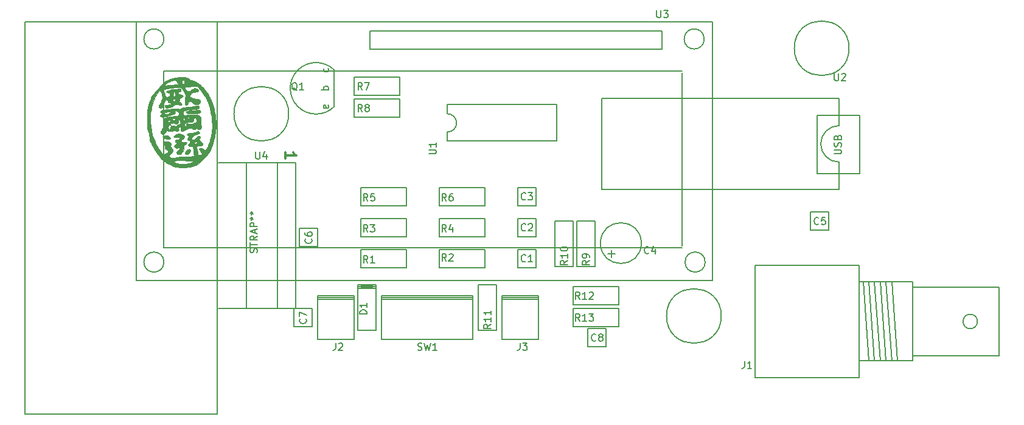
<source format=gbr>
G04 #@! TF.FileFunction,Legend,Top*
%FSLAX46Y46*%
G04 Gerber Fmt 4.6, Leading zero omitted, Abs format (unit mm)*
G04 Created by KiCad (PCBNEW 4.0.7) date 2018 April 27, Friday 09:59:32*
%MOMM*%
%LPD*%
G01*
G04 APERTURE LIST*
%ADD10C,0.100000*%
%ADD11C,0.300000*%
%ADD12C,0.150000*%
%ADD13C,0.010000*%
G04 APERTURE END LIST*
D10*
D11*
X142069429Y-90598572D02*
X142069429Y-89741429D01*
X142069429Y-90170001D02*
X143569429Y-90170001D01*
X143355143Y-90027144D01*
X143212286Y-89884286D01*
X143140857Y-89741429D01*
D12*
X174371000Y-105791000D02*
X176911000Y-105791000D01*
X174371000Y-105791000D02*
X174371000Y-103251000D01*
X176911000Y-105791000D02*
X174371000Y-105791000D01*
X176911000Y-103251000D02*
X176911000Y-105791000D01*
X174371000Y-103251000D02*
X176911000Y-103251000D01*
X174371000Y-101473000D02*
X176911000Y-101473000D01*
X174371000Y-101473000D02*
X174371000Y-98933000D01*
X176911000Y-101473000D02*
X174371000Y-101473000D01*
X176911000Y-98933000D02*
X176911000Y-101473000D01*
X174371000Y-98933000D02*
X176911000Y-98933000D01*
X174371000Y-97155000D02*
X176911000Y-97155000D01*
X174371000Y-97155000D02*
X174371000Y-94615000D01*
X176911000Y-97155000D02*
X174371000Y-97155000D01*
X176911000Y-94615000D02*
X176911000Y-97155000D01*
X174371000Y-94615000D02*
X176911000Y-94615000D01*
X217678000Y-98044000D02*
X215138000Y-98044000D01*
X217678000Y-98044000D02*
X217678000Y-100584000D01*
X215138000Y-98044000D02*
X217678000Y-98044000D01*
X215138000Y-100584000D02*
X215138000Y-98044000D01*
X217678000Y-100584000D02*
X215138000Y-100584000D01*
X144018000Y-100330000D02*
X144018000Y-102870000D01*
X144018000Y-100330000D02*
X146558000Y-100330000D01*
X144018000Y-102870000D02*
X144018000Y-100330000D01*
X146558000Y-102870000D02*
X144018000Y-102870000D01*
X146558000Y-100330000D02*
X146558000Y-102870000D01*
X143256000Y-111506000D02*
X143256000Y-114046000D01*
X143256000Y-111506000D02*
X145796000Y-111506000D01*
X143256000Y-114046000D02*
X143256000Y-111506000D01*
X145796000Y-114046000D02*
X143256000Y-114046000D01*
X145796000Y-111506000D02*
X145796000Y-114046000D01*
X152146000Y-108712000D02*
X154686000Y-108458000D01*
X154686000Y-108458000D02*
X152146000Y-108712000D01*
X152146000Y-108712000D02*
X154686000Y-108712000D01*
X154686000Y-108712000D02*
X152146000Y-108458000D01*
X154686000Y-108712000D02*
X152146000Y-108712000D01*
X154686000Y-108204000D02*
X152146000Y-108458000D01*
X154686000Y-108204000D02*
X152146000Y-108458000D01*
X152146000Y-108458000D02*
X154686000Y-108458000D01*
X154686000Y-108458000D02*
X152146000Y-108204000D01*
X154686000Y-108458000D02*
X152146000Y-108458000D01*
X152146000Y-108458000D02*
X154432000Y-108458000D01*
X152146000Y-108204000D02*
X152146000Y-114554000D01*
X154686000Y-108204000D02*
X154686000Y-114554000D01*
X154686000Y-114554000D02*
X152146000Y-114554000D01*
X152146000Y-108204000D02*
X154686000Y-108204000D01*
X148844000Y-78232000D02*
X148844000Y-83312000D01*
X143764000Y-83312000D02*
G75*
G03X148844000Y-83312000I2540000J2540000D01*
G01*
X143764000Y-78232000D02*
G75*
G03X143764000Y-83312000I2540000J-2540000D01*
G01*
X148844000Y-78232000D02*
G75*
G03X143764000Y-78232000I-2540000J-2540000D01*
G01*
X152527000Y-105791000D02*
X158877000Y-105791000D01*
X152527000Y-103251000D02*
X158877000Y-103251000D01*
X158877000Y-103251000D02*
X158877000Y-105791000D01*
X152527000Y-105791000D02*
X152527000Y-103251000D01*
X163449000Y-105791000D02*
X169799000Y-105791000D01*
X163449000Y-103251000D02*
X169799000Y-103251000D01*
X169799000Y-103251000D02*
X169799000Y-105791000D01*
X163449000Y-105791000D02*
X163449000Y-103251000D01*
X152527000Y-101473000D02*
X158877000Y-101473000D01*
X152527000Y-98933000D02*
X158877000Y-98933000D01*
X158877000Y-98933000D02*
X158877000Y-101473000D01*
X152527000Y-101473000D02*
X152527000Y-98933000D01*
X163449000Y-101473000D02*
X169799000Y-101473000D01*
X163449000Y-98933000D02*
X169799000Y-98933000D01*
X169799000Y-98933000D02*
X169799000Y-101473000D01*
X163449000Y-101473000D02*
X163449000Y-98933000D01*
X152527000Y-97155000D02*
X158877000Y-97155000D01*
X152527000Y-94615000D02*
X158877000Y-94615000D01*
X158877000Y-94615000D02*
X158877000Y-97155000D01*
X152527000Y-97155000D02*
X152527000Y-94615000D01*
X163449000Y-97155000D02*
X169799000Y-97155000D01*
X163449000Y-94615000D02*
X169799000Y-94615000D01*
X169799000Y-94615000D02*
X169799000Y-97155000D01*
X163449000Y-97155000D02*
X163449000Y-94615000D01*
X151638000Y-81788000D02*
X157988000Y-81788000D01*
X151638000Y-79248000D02*
X157988000Y-79248000D01*
X157988000Y-79248000D02*
X157988000Y-81788000D01*
X151638000Y-81788000D02*
X151638000Y-79248000D01*
X151638000Y-84836000D02*
X157988000Y-84836000D01*
X151638000Y-82296000D02*
X157988000Y-82296000D01*
X157988000Y-82296000D02*
X157988000Y-84836000D01*
X151638000Y-84836000D02*
X151638000Y-82296000D01*
X185166000Y-105664000D02*
X185166000Y-99314000D01*
X182626000Y-105664000D02*
X182626000Y-99314000D01*
X182626000Y-99314000D02*
X185166000Y-99314000D01*
X185166000Y-105664000D02*
X182626000Y-105664000D01*
X179578000Y-99314000D02*
X179578000Y-105664000D01*
X182118000Y-99314000D02*
X182118000Y-105664000D01*
X182118000Y-105664000D02*
X179578000Y-105664000D01*
X179578000Y-99314000D02*
X182118000Y-99314000D01*
X168910000Y-108204000D02*
X168910000Y-114554000D01*
X171450000Y-108204000D02*
X171450000Y-114554000D01*
X171450000Y-114554000D02*
X168910000Y-114554000D01*
X168910000Y-108204000D02*
X171450000Y-108204000D01*
X179832000Y-88138000D02*
X179832000Y-83058000D01*
X164592000Y-84328000D02*
X164592000Y-83058000D01*
X164592000Y-88138000D02*
X164592000Y-86868000D01*
X164592000Y-88138000D02*
X179832000Y-88138000D01*
X179832000Y-83058000D02*
X164592000Y-83058000D01*
X164592000Y-86868000D02*
G75*
G03X165862000Y-85598000I0J1270000D01*
G01*
X165862000Y-85598000D02*
G75*
G03X164592000Y-84328000I-1270000J0D01*
G01*
X140970000Y-91186000D02*
X132715000Y-91186000D01*
X140970000Y-111506000D02*
X132715000Y-111506000D01*
X143510000Y-111506000D02*
X140970000Y-111506000D01*
X140970000Y-111506000D02*
X140970000Y-91186000D01*
X140970000Y-91186000D02*
X143510000Y-91186000D01*
X143510000Y-91186000D02*
X143510000Y-111506000D01*
X106045000Y-126238000D02*
X105791000Y-126238000D01*
X105791000Y-71501000D02*
X105791000Y-126238000D01*
X132588000Y-71501000D02*
X105791000Y-71501000D01*
X132588000Y-126238000D02*
X105918000Y-126238000D01*
X132588000Y-76962000D02*
X132588000Y-71501000D01*
X132588000Y-126238000D02*
X132588000Y-111252000D01*
X132588000Y-119126000D02*
X132588000Y-76962000D01*
D13*
G36*
X128048145Y-79217019D02*
X128302821Y-79292152D01*
X128532445Y-79393638D01*
X128709891Y-79512893D01*
X128751115Y-79553286D01*
X128842066Y-79621897D01*
X128919041Y-79644875D01*
X128995407Y-79660443D01*
X129123744Y-79700958D01*
X129279956Y-79757134D01*
X129439947Y-79819685D01*
X129579621Y-79879325D01*
X129674882Y-79926769D01*
X129701349Y-79946354D01*
X129748728Y-79983847D01*
X129849556Y-80050482D01*
X129967945Y-80123327D01*
X130110096Y-80221547D01*
X130228659Y-80326881D01*
X130285828Y-80398219D01*
X130370816Y-80502109D01*
X130470045Y-80569421D01*
X130567559Y-80637713D01*
X130648453Y-80743606D01*
X130648899Y-80744465D01*
X130711484Y-80841427D01*
X130814127Y-80976282D01*
X130936533Y-81122613D01*
X130958661Y-81147643D01*
X131163706Y-81398070D01*
X131296249Y-81609604D01*
X131358060Y-81778605D01*
X131401653Y-81879737D01*
X131442749Y-81936418D01*
X131497867Y-82033563D01*
X131510264Y-82096443D01*
X131531703Y-82173485D01*
X131588522Y-82300792D01*
X131669474Y-82453765D01*
X131689816Y-82489124D01*
X131779105Y-82653049D01*
X131850885Y-82805298D01*
X131891631Y-82916776D01*
X131894464Y-82929396D01*
X131927927Y-83056978D01*
X131964344Y-83149567D01*
X132016320Y-83282357D01*
X132065081Y-83457968D01*
X132098476Y-83631479D01*
X132101773Y-83657722D01*
X132120321Y-83777784D01*
X132155615Y-83966149D01*
X132204205Y-84205266D01*
X132262643Y-84477586D01*
X132264671Y-84486807D01*
X132285981Y-84609220D01*
X132290309Y-84693296D01*
X132286532Y-84708667D01*
X132284138Y-84764642D01*
X132295818Y-84883685D01*
X132319111Y-85042236D01*
X132324998Y-85076908D01*
X132350147Y-85298697D01*
X132362698Y-85583871D01*
X132363201Y-85908608D01*
X132352206Y-86249083D01*
X132330263Y-86581473D01*
X132297922Y-86881956D01*
X132280647Y-86997278D01*
X132241332Y-87204232D01*
X132186321Y-87456231D01*
X132123074Y-87722197D01*
X132059049Y-87971055D01*
X132001704Y-88171727D01*
X131989731Y-88209369D01*
X131944423Y-88366221D01*
X131914424Y-88505570D01*
X131907139Y-88573770D01*
X131890945Y-88692597D01*
X131865737Y-88762574D01*
X131805291Y-88884623D01*
X131738062Y-89035556D01*
X131674453Y-89189871D01*
X131624870Y-89322067D01*
X131599714Y-89406640D01*
X131598458Y-89417739D01*
X131572851Y-89472917D01*
X131554361Y-89478556D01*
X131515239Y-89514272D01*
X131510264Y-89544701D01*
X131486453Y-89603385D01*
X131466167Y-89610847D01*
X131430128Y-89647712D01*
X131422069Y-89697490D01*
X131386508Y-89785930D01*
X131333875Y-89831333D01*
X131264110Y-89885133D01*
X131245681Y-89920744D01*
X131233112Y-89960870D01*
X131191152Y-90024004D01*
X131113420Y-90117256D01*
X130993537Y-90247738D01*
X130825121Y-90422560D01*
X130601793Y-90648832D01*
X130506918Y-90744059D01*
X130227539Y-91013924D01*
X129987121Y-91221878D01*
X129772373Y-91377059D01*
X129570001Y-91488603D01*
X129366711Y-91565646D01*
X129275389Y-91590520D01*
X129133132Y-91627346D01*
X128957810Y-91675384D01*
X128864431Y-91701963D01*
X128690119Y-91737227D01*
X128450148Y-91765000D01*
X128166779Y-91784709D01*
X127862275Y-91795780D01*
X127558898Y-91797639D01*
X127278912Y-91789713D01*
X127044579Y-91771430D01*
X126919190Y-91752069D01*
X126720036Y-91700352D01*
X126488935Y-91624221D01*
X126242414Y-91530971D01*
X125997001Y-91427896D01*
X125769223Y-91322291D01*
X125575608Y-91221452D01*
X125432684Y-91132673D01*
X125356977Y-91063250D01*
X125356356Y-91062261D01*
X125296123Y-91009317D01*
X125236716Y-90976911D01*
X126539682Y-90976911D01*
X126542180Y-91044724D01*
X126627866Y-91107049D01*
X126645405Y-91114412D01*
X126768521Y-91167496D01*
X126858007Y-91211288D01*
X127038427Y-91275582D01*
X127287654Y-91316575D01*
X127589295Y-91333760D01*
X127926959Y-91326629D01*
X128284253Y-91294675D01*
X128507431Y-91262344D01*
X128747236Y-91210792D01*
X128936785Y-91146909D01*
X129025272Y-91100151D01*
X129126703Y-91022803D01*
X129169142Y-90964694D01*
X129147063Y-90923081D01*
X129054943Y-90895217D01*
X128887255Y-90878357D01*
X128638476Y-90869755D01*
X128559192Y-90868524D01*
X128287397Y-90862462D01*
X127975545Y-90851555D01*
X127671523Y-90837623D01*
X127519465Y-90828987D01*
X127236059Y-90816087D01*
X127020544Y-90818151D01*
X126853789Y-90835816D01*
X126770326Y-90853865D01*
X126616891Y-90910872D01*
X126539682Y-90976911D01*
X125236716Y-90976911D01*
X125233150Y-90974966D01*
X125066206Y-90880504D01*
X124896252Y-90749919D01*
X124751304Y-90607444D01*
X124660538Y-90479677D01*
X124601246Y-90377838D01*
X124550781Y-90320810D01*
X124539271Y-90316403D01*
X124500634Y-90282173D01*
X124498805Y-90267738D01*
X124472641Y-90212037D01*
X124403537Y-90109670D01*
X124305577Y-89981253D01*
X124289344Y-89961116D01*
X124102636Y-89727648D01*
X123969564Y-89552500D01*
X123884938Y-89428284D01*
X123843568Y-89347610D01*
X123837347Y-89317543D01*
X123813725Y-89255129D01*
X123751198Y-89143103D01*
X123662279Y-89003507D01*
X123642800Y-88974761D01*
X123544660Y-88824400D01*
X123465045Y-88689597D01*
X123419325Y-88596593D01*
X123416529Y-88588482D01*
X123368653Y-88480874D01*
X123296531Y-88361160D01*
X123293412Y-88356702D01*
X123247018Y-88276762D01*
X123208780Y-88173699D01*
X123176060Y-88034082D01*
X123146220Y-87844478D01*
X123116624Y-87591457D01*
X123090163Y-87321598D01*
X123068941Y-87129179D01*
X123045229Y-86971149D01*
X123022345Y-86867118D01*
X123008050Y-86836529D01*
X122955206Y-86786401D01*
X122912806Y-86705850D01*
X122878821Y-86584109D01*
X122851222Y-86410411D01*
X122827981Y-86173990D01*
X122807069Y-85864079D01*
X122799605Y-85730292D01*
X122789629Y-85544041D01*
X122781390Y-85390226D01*
X122776061Y-85290735D01*
X122774805Y-85267271D01*
X122776320Y-85206351D01*
X122782389Y-85073127D01*
X122783204Y-85057280D01*
X123239683Y-85057280D01*
X123245296Y-85376407D01*
X123259184Y-85676009D01*
X123281074Y-85938143D01*
X123310699Y-86144869D01*
X123340207Y-86259458D01*
X123360130Y-86344739D01*
X123378786Y-86471913D01*
X123382038Y-86501993D01*
X123402634Y-86656630D01*
X123433444Y-86835896D01*
X123446014Y-86898868D01*
X123479806Y-87078440D01*
X123508787Y-87263330D01*
X123515801Y-87317546D01*
X123562340Y-87496011D01*
X123648207Y-87672987D01*
X123663717Y-87696627D01*
X123744559Y-87829236D01*
X123803991Y-87953762D01*
X123817644Y-87994945D01*
X123852632Y-88090354D01*
X123886329Y-88136609D01*
X123920176Y-88196417D01*
X123925542Y-88239147D01*
X123949029Y-88337786D01*
X124012602Y-88490166D01*
X124105925Y-88677666D01*
X124218662Y-88881667D01*
X124340479Y-89083549D01*
X124461039Y-89264691D01*
X124570008Y-89406474D01*
X124579571Y-89417433D01*
X124662668Y-89524382D01*
X124712704Y-89614036D01*
X124719292Y-89641556D01*
X124752566Y-89720846D01*
X124835080Y-89821558D01*
X124940872Y-89919041D01*
X125043978Y-89988641D01*
X125104922Y-90007722D01*
X125198334Y-89976607D01*
X125270507Y-89919528D01*
X125355248Y-89852763D01*
X125420657Y-89831043D01*
X125550453Y-89792144D01*
X125656570Y-89695730D01*
X125709764Y-89570595D01*
X125711479Y-89544701D01*
X125701945Y-89464833D01*
X125660472Y-89405679D01*
X125567753Y-89347399D01*
X125476434Y-89303176D01*
X125345384Y-89238809D01*
X125278464Y-89189397D01*
X125258728Y-89135187D01*
X125268368Y-89060641D01*
X125292039Y-88876043D01*
X125268837Y-88738462D01*
X125190348Y-88615551D01*
X125138091Y-88559739D01*
X125048860Y-88464955D01*
X124993177Y-88395120D01*
X124983875Y-88375610D01*
X125013183Y-88327318D01*
X125076688Y-88261692D01*
X125154881Y-88212433D01*
X125267751Y-88186251D01*
X125440196Y-88177771D01*
X125465715Y-88177687D01*
X125644217Y-88183949D01*
X125772401Y-88209149D01*
X125887653Y-88262914D01*
X125950644Y-88302544D01*
X126047209Y-88369205D01*
X126101200Y-88426609D01*
X126118112Y-88498440D01*
X126103441Y-88608384D01*
X126062679Y-88780124D01*
X126062037Y-88782724D01*
X126055364Y-88863276D01*
X126086289Y-88945391D01*
X126166144Y-89053419D01*
X126213705Y-89108637D01*
X126331451Y-89257888D01*
X126387684Y-89382231D01*
X126380254Y-89500229D01*
X126307010Y-89630449D01*
X126165800Y-89791456D01*
X126130403Y-89827778D01*
X126009227Y-89960321D01*
X125917241Y-90078971D01*
X125869384Y-90163768D01*
X125865819Y-90181253D01*
X125906390Y-90297933D01*
X126014181Y-90390256D01*
X126122462Y-90430437D01*
X126226374Y-90454990D01*
X126284743Y-90471119D01*
X126374759Y-90487120D01*
X126493621Y-90477615D01*
X126665928Y-90440199D01*
X126706153Y-90429888D01*
X126896297Y-90388213D01*
X127109638Y-90352625D01*
X127211511Y-90340014D01*
X127399991Y-90320684D01*
X127622391Y-90297784D01*
X127795073Y-90279943D01*
X128018115Y-90267193D01*
X128265516Y-90268345D01*
X128434483Y-90278901D01*
X128691955Y-90293905D01*
X128922728Y-90287021D01*
X129108703Y-90260058D01*
X129231783Y-90214825D01*
X129254823Y-90196893D01*
X129290386Y-90131048D01*
X129295443Y-90020955D01*
X129282210Y-89906269D01*
X129258882Y-89714032D01*
X129241301Y-89508325D01*
X129237810Y-89446409D01*
X129222213Y-89209357D01*
X129194413Y-89046555D01*
X129145032Y-88944103D01*
X129064694Y-88888103D01*
X128944019Y-88864655D01*
X128842382Y-88860329D01*
X128709620Y-88829943D01*
X128605472Y-88771117D01*
X128500854Y-88683973D01*
X128605472Y-88530350D01*
X128677360Y-88435211D01*
X128731988Y-88381112D01*
X128743163Y-88376426D01*
X128757008Y-88351768D01*
X129321143Y-88351768D01*
X129335953Y-88398334D01*
X129369848Y-88434270D01*
X129473534Y-88482686D01*
X129600671Y-88472314D01*
X129713815Y-88408164D01*
X129734603Y-88385478D01*
X129760268Y-88302235D01*
X129718148Y-88237983D01*
X129628081Y-88221726D01*
X129623181Y-88222595D01*
X129530865Y-88237317D01*
X129501244Y-88240459D01*
X129430535Y-88267263D01*
X129375087Y-88301939D01*
X129321143Y-88351768D01*
X128757008Y-88351768D01*
X128765064Y-88337423D01*
X128775965Y-88241966D01*
X128776236Y-88222306D01*
X128769379Y-88122857D01*
X128732098Y-88072975D01*
X128639327Y-88046867D01*
X128599249Y-88040185D01*
X128454951Y-87988927D01*
X128388113Y-87898022D01*
X128401292Y-87774383D01*
X128461885Y-87668808D01*
X128535819Y-87550206D01*
X128544489Y-87458890D01*
X128485614Y-87362264D01*
X128436670Y-87308568D01*
X128363000Y-87224292D01*
X128346857Y-87171284D01*
X128380992Y-87120959D01*
X128387444Y-87114421D01*
X128475639Y-87069727D01*
X128638968Y-87030403D01*
X128826229Y-87003756D01*
X129008155Y-86981581D01*
X129164395Y-86958850D01*
X129267701Y-86939633D01*
X129283354Y-86935461D01*
X129353901Y-86916644D01*
X129371549Y-86915864D01*
X129409453Y-86906904D01*
X129508336Y-86875733D01*
X129632560Y-86833951D01*
X129780368Y-86786255D01*
X129873560Y-86768855D01*
X129939704Y-86780049D01*
X129996362Y-86811501D01*
X130072380Y-86882422D01*
X130099153Y-86943086D01*
X130061212Y-87003030D01*
X129965805Y-87071580D01*
X129840556Y-87134146D01*
X129713088Y-87176139D01*
X129640178Y-87185500D01*
X129542802Y-87216189D01*
X129410469Y-87296116D01*
X129265048Y-87407067D01*
X129128405Y-87530831D01*
X129022406Y-87649197D01*
X128968920Y-87743951D01*
X128968723Y-87744725D01*
X128972354Y-87861521D01*
X129045967Y-87932119D01*
X129180224Y-87948879D01*
X129213602Y-87945088D01*
X129328231Y-87897676D01*
X129472010Y-87781791D01*
X129585793Y-87665847D01*
X129728831Y-87521272D01*
X129842828Y-87438482D01*
X129950481Y-87407838D01*
X130074484Y-87419701D01*
X130132226Y-87433780D01*
X130214301Y-87479784D01*
X130220300Y-87558042D01*
X130150765Y-87675635D01*
X130150756Y-87675647D01*
X130071259Y-87791934D01*
X130040434Y-87886190D01*
X130064144Y-87974850D01*
X130148258Y-88074348D01*
X130298638Y-88201121D01*
X130353535Y-88243833D01*
X130463366Y-88364634D01*
X130522402Y-88504643D01*
X130521362Y-88635931D01*
X130499640Y-88683499D01*
X130448794Y-88719800D01*
X130346446Y-88737682D01*
X130175856Y-88739775D01*
X130146444Y-88738984D01*
X129980137Y-88736905D01*
X129878383Y-88746847D01*
X129817774Y-88774418D01*
X129774905Y-88825223D01*
X129772800Y-88828485D01*
X129709777Y-88967592D01*
X129703944Y-89117879D01*
X129743008Y-89280118D01*
X129776692Y-89418227D01*
X129808150Y-89601501D01*
X129827946Y-89765187D01*
X129856618Y-90073868D01*
X130077104Y-90058183D01*
X130274590Y-90031006D01*
X130402196Y-89984267D01*
X130451603Y-89921143D01*
X130451931Y-89915002D01*
X130425799Y-89860266D01*
X130357146Y-89759685D01*
X130260586Y-89634597D01*
X130256260Y-89629275D01*
X130153232Y-89495212D01*
X130072515Y-89376255D01*
X130032130Y-89299404D01*
X130035275Y-89188088D01*
X130105859Y-89107510D01*
X130203771Y-89082649D01*
X130324741Y-89106882D01*
X130475113Y-89165804D01*
X130616471Y-89241647D01*
X130710400Y-89316639D01*
X130710889Y-89317227D01*
X130801918Y-89388828D01*
X130896701Y-89382297D01*
X131000403Y-89295068D01*
X131118190Y-89124573D01*
X131126275Y-89110858D01*
X131206593Y-88965641D01*
X131265138Y-88844711D01*
X131290224Y-88772395D01*
X131290442Y-88769104D01*
X131312072Y-88655187D01*
X131365035Y-88505539D01*
X131434089Y-88359329D01*
X131477191Y-88289143D01*
X131535920Y-88161299D01*
X131556297Y-88046608D01*
X131572935Y-87915625D01*
X131611410Y-87765083D01*
X131620034Y-87739631D01*
X131654276Y-87624775D01*
X131665293Y-87546965D01*
X131662488Y-87534854D01*
X131665105Y-87477271D01*
X131696520Y-87375973D01*
X131704717Y-87355549D01*
X131739216Y-87236744D01*
X131770950Y-87066291D01*
X131793159Y-86880649D01*
X131793477Y-86876819D01*
X131809773Y-86694581D01*
X131826784Y-86529740D01*
X131840932Y-86416854D01*
X131841405Y-86413799D01*
X131860173Y-86247077D01*
X131863222Y-86066482D01*
X131850424Y-85842768D01*
X131838299Y-85708243D01*
X131822879Y-85494108D01*
X131814321Y-85262243D01*
X131813888Y-85112930D01*
X131806042Y-84870506D01*
X131776419Y-84631688D01*
X131729775Y-84422899D01*
X131670866Y-84270563D01*
X131658556Y-84249993D01*
X131620410Y-84152507D01*
X131622817Y-84086527D01*
X131625913Y-84002962D01*
X131603743Y-83856919D01*
X131561587Y-83668655D01*
X131504726Y-83458429D01*
X131438439Y-83246497D01*
X131368006Y-83053118D01*
X131330167Y-82963672D01*
X131279146Y-82838276D01*
X131249083Y-82740212D01*
X131245681Y-82715512D01*
X131214550Y-82637795D01*
X131179535Y-82599389D01*
X131123546Y-82511142D01*
X131113389Y-82455439D01*
X131088061Y-82370063D01*
X131017845Y-82229159D01*
X130911389Y-82047284D01*
X130777342Y-81838997D01*
X130624354Y-81618853D01*
X130580990Y-81559362D01*
X130476275Y-81411118D01*
X130380441Y-81265316D01*
X130331950Y-81184536D01*
X130261020Y-81081445D01*
X130148235Y-80943296D01*
X130015232Y-80796243D01*
X129983559Y-80763402D01*
X129719028Y-80492867D01*
X129128315Y-80509751D01*
X128901587Y-80518213D01*
X128700789Y-80529372D01*
X128545495Y-80541883D01*
X128455279Y-80554400D01*
X128447457Y-80556551D01*
X128336459Y-80575303D01*
X128223446Y-80576127D01*
X128124998Y-80581633D01*
X128088490Y-80626524D01*
X128086504Y-80645522D01*
X128066095Y-80757198D01*
X128050288Y-80802427D01*
X128043567Y-80866132D01*
X128083443Y-80879597D01*
X128149387Y-80910681D01*
X128242709Y-80989757D01*
X128294281Y-81044222D01*
X128403611Y-81151058D01*
X128495407Y-81193731D01*
X128552408Y-81194211D01*
X128699203Y-81151898D01*
X128832721Y-81075085D01*
X128921145Y-80983753D01*
X128934973Y-80953939D01*
X128985386Y-80892355D01*
X129066099Y-80891008D01*
X129188519Y-80873087D01*
X129244983Y-80829173D01*
X129336778Y-80768703D01*
X129444395Y-80748144D01*
X129530302Y-80772174D01*
X129547937Y-80791403D01*
X129607023Y-80822117D01*
X129712185Y-80835481D01*
X129716321Y-80835500D01*
X129847647Y-80868901D01*
X129932147Y-80954752D01*
X129951409Y-81071530D01*
X129944226Y-81101930D01*
X129885496Y-81164585D01*
X129764312Y-81226549D01*
X129606033Y-81278897D01*
X129436016Y-81312709D01*
X129322876Y-81320569D01*
X129175253Y-81349995D01*
X129032959Y-81427704D01*
X128908438Y-81537848D01*
X128814136Y-81664578D01*
X128762497Y-81792043D01*
X128765965Y-81904394D01*
X128813057Y-81969876D01*
X128967170Y-82071296D01*
X129137844Y-82152344D01*
X129290461Y-82197747D01*
X129340394Y-82202514D01*
X129442702Y-82212393D01*
X129498180Y-82233601D01*
X129559207Y-82255802D01*
X129669528Y-82270491D01*
X129692942Y-82271806D01*
X129880736Y-82301182D01*
X130046037Y-82364925D01*
X130165478Y-82451413D01*
X130212588Y-82530261D01*
X130209630Y-82682791D01*
X130133628Y-82823568D01*
X129999711Y-82938834D01*
X129823007Y-83014833D01*
X129653993Y-83038243D01*
X129530880Y-83013077D01*
X129368575Y-82945140D01*
X129194421Y-82849551D01*
X129035757Y-82741435D01*
X128919924Y-82635911D01*
X128914153Y-82629045D01*
X128826275Y-82569908D01*
X128723010Y-82558627D01*
X128640080Y-82594794D01*
X128616773Y-82632462D01*
X128527198Y-82869944D01*
X128432120Y-83025402D01*
X128325857Y-83105009D01*
X128202727Y-83114934D01*
X128177488Y-83109585D01*
X128105948Y-83074626D01*
X128060280Y-83004900D01*
X128039263Y-82889222D01*
X128041674Y-82716406D01*
X128066293Y-82475266D01*
X128089549Y-82304647D01*
X128167240Y-81765898D01*
X128033891Y-81510161D01*
X127946615Y-81340549D01*
X127861120Y-81170822D01*
X127812883Y-81072675D01*
X127705020Y-80892134D01*
X127580661Y-80751383D01*
X127456973Y-80667711D01*
X127395474Y-80652286D01*
X127293744Y-80654661D01*
X127150187Y-80666950D01*
X127087799Y-80674355D01*
X126921216Y-80681462D01*
X126805655Y-80656799D01*
X126795784Y-80651327D01*
X126723679Y-80627163D01*
X126623375Y-80640153D01*
X126499846Y-80680908D01*
X126335782Y-80725216D01*
X126132441Y-80757292D01*
X125976062Y-80768609D01*
X125665827Y-80786239D01*
X125431352Y-80823186D01*
X125261882Y-80881651D01*
X125183611Y-80930552D01*
X125102221Y-81011042D01*
X125078272Y-81095218D01*
X125110213Y-81208190D01*
X125160264Y-81309052D01*
X125217720Y-81449774D01*
X125247361Y-81587871D01*
X125248458Y-81611626D01*
X125282651Y-81760987D01*
X125369565Y-81899665D01*
X125485709Y-81992998D01*
X125514860Y-82004653D01*
X125632158Y-82000938D01*
X125758987Y-81937954D01*
X125867112Y-81836131D01*
X125928296Y-81715900D01*
X125930729Y-81703749D01*
X125933096Y-81680523D01*
X126404986Y-81680523D01*
X126411858Y-81790032D01*
X126419699Y-81818729D01*
X126451631Y-81876993D01*
X126501581Y-81887950D01*
X126596053Y-81854114D01*
X126630258Y-81838712D01*
X126715280Y-81781762D01*
X126727798Y-81710905D01*
X126723683Y-81695396D01*
X126692099Y-81580274D01*
X126672140Y-81496958D01*
X126618643Y-81356023D01*
X126540625Y-81283335D01*
X126504911Y-81276472D01*
X126469701Y-81315858D01*
X126438349Y-81415171D01*
X126415297Y-81546148D01*
X126404986Y-81680523D01*
X125933096Y-81680523D01*
X125947572Y-81538496D01*
X125923869Y-81439935D01*
X125851699Y-81392824D01*
X125763644Y-81382154D01*
X125630795Y-81360558D01*
X125524287Y-81312665D01*
X125471852Y-81252103D01*
X125470347Y-81238000D01*
X125513963Y-81145249D01*
X125613764Y-81073836D01*
X125737751Y-81046460D01*
X125740283Y-81046518D01*
X125864433Y-81037258D01*
X125956282Y-81010675D01*
X126068547Y-80972057D01*
X126231110Y-80939824D01*
X126408631Y-80918448D01*
X126565770Y-80912402D01*
X126655291Y-80922201D01*
X126802733Y-80922402D01*
X126960882Y-80872486D01*
X127170774Y-80803443D01*
X127324787Y-80799401D01*
X127426845Y-80860542D01*
X127449797Y-80895065D01*
X127498389Y-81043921D01*
X127466813Y-81156642D01*
X127355945Y-81231172D01*
X127298979Y-81247763D01*
X127184784Y-81276307D01*
X127114044Y-81298483D01*
X127105793Y-81302787D01*
X127111853Y-81347714D01*
X127147930Y-81440786D01*
X127160584Y-81468276D01*
X127220684Y-81567554D01*
X127300439Y-81620158D01*
X127429040Y-81648659D01*
X127575399Y-81685491D01*
X127700041Y-81741320D01*
X127726644Y-81759752D01*
X127827380Y-81841323D01*
X127739568Y-81940126D01*
X127642902Y-82021003D01*
X127509974Y-82101076D01*
X127470088Y-82120244D01*
X127362032Y-82175050D01*
X127303443Y-82234965D01*
X127273085Y-82331050D01*
X127258068Y-82430362D01*
X127244758Y-82571805D01*
X127255287Y-82652041D01*
X127293599Y-82695784D01*
X127301122Y-82700245D01*
X127433102Y-82790839D01*
X127541135Y-82894714D01*
X127607270Y-82991639D01*
X127616405Y-83055520D01*
X127555163Y-83106059D01*
X127443069Y-83126929D01*
X127312466Y-83117735D01*
X127195697Y-83078078D01*
X127169283Y-83061007D01*
X127058646Y-83014147D01*
X126914657Y-82997269D01*
X126773411Y-83010020D01*
X126671004Y-83052049D01*
X126656583Y-83066008D01*
X126558583Y-83145502D01*
X126397956Y-83235750D01*
X126197957Y-83327435D01*
X125981840Y-83411243D01*
X125772858Y-83477857D01*
X125594267Y-83517963D01*
X125509727Y-83525430D01*
X125376499Y-83486038D01*
X125281337Y-83384580D01*
X125248458Y-83257889D01*
X125250119Y-83204395D01*
X125264577Y-83166422D01*
X125306047Y-83138836D01*
X125388743Y-83116504D01*
X125526880Y-83094292D01*
X125734671Y-83067066D01*
X125799674Y-83058810D01*
X125953303Y-83028391D01*
X126086760Y-82983876D01*
X126128191Y-82962644D01*
X126236223Y-82894488D01*
X126128191Y-82851611D01*
X126001100Y-82814687D01*
X125916169Y-82801616D01*
X125797737Y-82753767D01*
X125714813Y-82646225D01*
X125689430Y-82529533D01*
X125656047Y-82435713D01*
X125552534Y-82387393D01*
X125446525Y-82378903D01*
X125352436Y-82418521D01*
X125257267Y-82521643D01*
X125173779Y-82664674D01*
X125114733Y-82824016D01*
X125092891Y-82976072D01*
X125096773Y-83025628D01*
X125105145Y-83150112D01*
X125070188Y-83236742D01*
X125009693Y-83301607D01*
X124933165Y-83386598D01*
X124896280Y-83453565D01*
X124895681Y-83459339D01*
X124857302Y-83484368D01*
X124763369Y-83497263D01*
X124645684Y-83498005D01*
X124536050Y-83486578D01*
X124466271Y-83462964D01*
X124462352Y-83459579D01*
X124444822Y-83401559D01*
X124435260Y-83291160D01*
X124434664Y-83253868D01*
X124446603Y-83130660D01*
X124494845Y-83033838D01*
X124598028Y-82926133D01*
X124599026Y-82925218D01*
X124712312Y-82800789D01*
X124759671Y-82687716D01*
X124763389Y-82640703D01*
X124784546Y-82504072D01*
X124833329Y-82371566D01*
X124838993Y-82356352D01*
X126350889Y-82356352D01*
X126384420Y-82463336D01*
X126465602Y-82541329D01*
X126565320Y-82568638D01*
X126616894Y-82554531D01*
X126681455Y-82483362D01*
X126716927Y-82391263D01*
X126721459Y-82274177D01*
X126670135Y-82217500D01*
X126553736Y-82213703D01*
X126508523Y-82221035D01*
X126400423Y-82252566D01*
X126356472Y-82305316D01*
X126350889Y-82356352D01*
X124838993Y-82356352D01*
X124900320Y-82191636D01*
X124915783Y-81996453D01*
X124879464Y-81765304D01*
X124823549Y-81572394D01*
X124739340Y-81350471D01*
X124658237Y-81210238D01*
X124605190Y-81159646D01*
X124482386Y-81114151D01*
X124384620Y-81146088D01*
X124336285Y-81220350D01*
X124297767Y-81299191D01*
X124227938Y-81420758D01*
X124167079Y-81519007D01*
X124052498Y-81714962D01*
X123926090Y-81957898D01*
X123806025Y-82211857D01*
X123743651Y-82356854D01*
X123646223Y-82603657D01*
X123565959Y-82831725D01*
X123496862Y-83062774D01*
X123432937Y-83318522D01*
X123368188Y-83620684D01*
X123305367Y-83944354D01*
X123275185Y-84162165D01*
X123254357Y-84432217D01*
X123242613Y-84736570D01*
X123239683Y-85057280D01*
X122783204Y-85057280D01*
X122792159Y-84883326D01*
X122804778Y-84652674D01*
X122819392Y-84396895D01*
X122835151Y-84131715D01*
X122845314Y-83966403D01*
X122889230Y-83514123D01*
X122964869Y-83115578D01*
X123079661Y-82739720D01*
X123219940Y-82400951D01*
X123281544Y-82266851D01*
X123361488Y-82093017D01*
X123432867Y-81937931D01*
X123511227Y-81783593D01*
X123589620Y-81654858D01*
X123650877Y-81579804D01*
X123719682Y-81506326D01*
X123813676Y-81385727D01*
X123901657Y-81260099D01*
X123993326Y-81134468D01*
X124074274Y-81045193D01*
X124126208Y-81011889D01*
X124191612Y-80978717D01*
X124265058Y-80898932D01*
X124265236Y-80898677D01*
X124357533Y-80781916D01*
X124508385Y-80610591D01*
X124712331Y-80390798D01*
X124748831Y-80352507D01*
X125206308Y-80352507D01*
X125215191Y-80390792D01*
X125237434Y-80394193D01*
X125293658Y-80388987D01*
X125414957Y-80375394D01*
X125578893Y-80355964D01*
X125645333Y-80347870D01*
X125880144Y-80322339D01*
X126139275Y-80299153D01*
X126367651Y-80283226D01*
X126372937Y-80282940D01*
X126680714Y-80263190D01*
X126921109Y-80240907D01*
X127088238Y-80216846D01*
X127176213Y-80191763D01*
X127188736Y-80178158D01*
X127158672Y-80130324D01*
X127083551Y-80051670D01*
X127052945Y-80023532D01*
X126995698Y-79959791D01*
X127639012Y-79959791D01*
X127641248Y-80076205D01*
X127649186Y-80117096D01*
X127705952Y-80160943D01*
X127800919Y-80172171D01*
X127890013Y-80149931D01*
X127921053Y-80122318D01*
X127949565Y-80047109D01*
X127978844Y-79928063D01*
X127983649Y-79903099D01*
X127984688Y-79890690D01*
X128612536Y-79890690D01*
X128614043Y-79970613D01*
X128616562Y-79977606D01*
X128652871Y-80026368D01*
X128708750Y-79998765D01*
X128748663Y-79940957D01*
X128719253Y-79887242D01*
X128655778Y-79855708D01*
X128612536Y-79890690D01*
X127984688Y-79890690D01*
X127994458Y-79774017D01*
X127963278Y-79694873D01*
X127943260Y-79674893D01*
X127830612Y-79601884D01*
X127736711Y-79582307D01*
X127690808Y-79608943D01*
X127666896Y-79688263D01*
X127648596Y-79817845D01*
X127639012Y-79959791D01*
X126995698Y-79959791D01*
X126952110Y-79911260D01*
X126879172Y-79791077D01*
X126871697Y-79772145D01*
X126826241Y-79641748D01*
X126517142Y-79663301D01*
X126321147Y-79686965D01*
X126182078Y-79724568D01*
X126132678Y-79753059D01*
X126044254Y-79807996D01*
X125989561Y-79821264D01*
X125908960Y-79847081D01*
X125810036Y-79909186D01*
X125809689Y-79909458D01*
X125711213Y-79971619D01*
X125631318Y-79997652D01*
X125631028Y-79997653D01*
X125562909Y-80016298D01*
X125549789Y-80030726D01*
X125508307Y-80074864D01*
X125420205Y-80148577D01*
X125369726Y-80187310D01*
X125260270Y-80280849D01*
X125206308Y-80352507D01*
X124748831Y-80352507D01*
X124845345Y-80251261D01*
X124928608Y-80172826D01*
X124987609Y-80131756D01*
X124994899Y-80129994D01*
X125025431Y-80094748D01*
X125027972Y-80072860D01*
X125063639Y-80009338D01*
X125155596Y-79922453D01*
X125281283Y-79828346D01*
X125418138Y-79743155D01*
X125543597Y-79683021D01*
X125594702Y-79667457D01*
X125724067Y-79620384D01*
X125826212Y-79552191D01*
X125917240Y-79488224D01*
X125987087Y-79467844D01*
X126075557Y-79453377D01*
X126203513Y-79417965D01*
X126248265Y-79403089D01*
X126412268Y-79356761D01*
X126632337Y-79309129D01*
X126876642Y-79266179D01*
X127113356Y-79233896D01*
X127188736Y-79226206D01*
X127327011Y-79211403D01*
X127498121Y-79190172D01*
X127572136Y-79180151D01*
X127795541Y-79176824D01*
X128048145Y-79217019D01*
X128048145Y-79217019D01*
G37*
X128048145Y-79217019D02*
X128302821Y-79292152D01*
X128532445Y-79393638D01*
X128709891Y-79512893D01*
X128751115Y-79553286D01*
X128842066Y-79621897D01*
X128919041Y-79644875D01*
X128995407Y-79660443D01*
X129123744Y-79700958D01*
X129279956Y-79757134D01*
X129439947Y-79819685D01*
X129579621Y-79879325D01*
X129674882Y-79926769D01*
X129701349Y-79946354D01*
X129748728Y-79983847D01*
X129849556Y-80050482D01*
X129967945Y-80123327D01*
X130110096Y-80221547D01*
X130228659Y-80326881D01*
X130285828Y-80398219D01*
X130370816Y-80502109D01*
X130470045Y-80569421D01*
X130567559Y-80637713D01*
X130648453Y-80743606D01*
X130648899Y-80744465D01*
X130711484Y-80841427D01*
X130814127Y-80976282D01*
X130936533Y-81122613D01*
X130958661Y-81147643D01*
X131163706Y-81398070D01*
X131296249Y-81609604D01*
X131358060Y-81778605D01*
X131401653Y-81879737D01*
X131442749Y-81936418D01*
X131497867Y-82033563D01*
X131510264Y-82096443D01*
X131531703Y-82173485D01*
X131588522Y-82300792D01*
X131669474Y-82453765D01*
X131689816Y-82489124D01*
X131779105Y-82653049D01*
X131850885Y-82805298D01*
X131891631Y-82916776D01*
X131894464Y-82929396D01*
X131927927Y-83056978D01*
X131964344Y-83149567D01*
X132016320Y-83282357D01*
X132065081Y-83457968D01*
X132098476Y-83631479D01*
X132101773Y-83657722D01*
X132120321Y-83777784D01*
X132155615Y-83966149D01*
X132204205Y-84205266D01*
X132262643Y-84477586D01*
X132264671Y-84486807D01*
X132285981Y-84609220D01*
X132290309Y-84693296D01*
X132286532Y-84708667D01*
X132284138Y-84764642D01*
X132295818Y-84883685D01*
X132319111Y-85042236D01*
X132324998Y-85076908D01*
X132350147Y-85298697D01*
X132362698Y-85583871D01*
X132363201Y-85908608D01*
X132352206Y-86249083D01*
X132330263Y-86581473D01*
X132297922Y-86881956D01*
X132280647Y-86997278D01*
X132241332Y-87204232D01*
X132186321Y-87456231D01*
X132123074Y-87722197D01*
X132059049Y-87971055D01*
X132001704Y-88171727D01*
X131989731Y-88209369D01*
X131944423Y-88366221D01*
X131914424Y-88505570D01*
X131907139Y-88573770D01*
X131890945Y-88692597D01*
X131865737Y-88762574D01*
X131805291Y-88884623D01*
X131738062Y-89035556D01*
X131674453Y-89189871D01*
X131624870Y-89322067D01*
X131599714Y-89406640D01*
X131598458Y-89417739D01*
X131572851Y-89472917D01*
X131554361Y-89478556D01*
X131515239Y-89514272D01*
X131510264Y-89544701D01*
X131486453Y-89603385D01*
X131466167Y-89610847D01*
X131430128Y-89647712D01*
X131422069Y-89697490D01*
X131386508Y-89785930D01*
X131333875Y-89831333D01*
X131264110Y-89885133D01*
X131245681Y-89920744D01*
X131233112Y-89960870D01*
X131191152Y-90024004D01*
X131113420Y-90117256D01*
X130993537Y-90247738D01*
X130825121Y-90422560D01*
X130601793Y-90648832D01*
X130506918Y-90744059D01*
X130227539Y-91013924D01*
X129987121Y-91221878D01*
X129772373Y-91377059D01*
X129570001Y-91488603D01*
X129366711Y-91565646D01*
X129275389Y-91590520D01*
X129133132Y-91627346D01*
X128957810Y-91675384D01*
X128864431Y-91701963D01*
X128690119Y-91737227D01*
X128450148Y-91765000D01*
X128166779Y-91784709D01*
X127862275Y-91795780D01*
X127558898Y-91797639D01*
X127278912Y-91789713D01*
X127044579Y-91771430D01*
X126919190Y-91752069D01*
X126720036Y-91700352D01*
X126488935Y-91624221D01*
X126242414Y-91530971D01*
X125997001Y-91427896D01*
X125769223Y-91322291D01*
X125575608Y-91221452D01*
X125432684Y-91132673D01*
X125356977Y-91063250D01*
X125356356Y-91062261D01*
X125296123Y-91009317D01*
X125236716Y-90976911D01*
X126539682Y-90976911D01*
X126542180Y-91044724D01*
X126627866Y-91107049D01*
X126645405Y-91114412D01*
X126768521Y-91167496D01*
X126858007Y-91211288D01*
X127038427Y-91275582D01*
X127287654Y-91316575D01*
X127589295Y-91333760D01*
X127926959Y-91326629D01*
X128284253Y-91294675D01*
X128507431Y-91262344D01*
X128747236Y-91210792D01*
X128936785Y-91146909D01*
X129025272Y-91100151D01*
X129126703Y-91022803D01*
X129169142Y-90964694D01*
X129147063Y-90923081D01*
X129054943Y-90895217D01*
X128887255Y-90878357D01*
X128638476Y-90869755D01*
X128559192Y-90868524D01*
X128287397Y-90862462D01*
X127975545Y-90851555D01*
X127671523Y-90837623D01*
X127519465Y-90828987D01*
X127236059Y-90816087D01*
X127020544Y-90818151D01*
X126853789Y-90835816D01*
X126770326Y-90853865D01*
X126616891Y-90910872D01*
X126539682Y-90976911D01*
X125236716Y-90976911D01*
X125233150Y-90974966D01*
X125066206Y-90880504D01*
X124896252Y-90749919D01*
X124751304Y-90607444D01*
X124660538Y-90479677D01*
X124601246Y-90377838D01*
X124550781Y-90320810D01*
X124539271Y-90316403D01*
X124500634Y-90282173D01*
X124498805Y-90267738D01*
X124472641Y-90212037D01*
X124403537Y-90109670D01*
X124305577Y-89981253D01*
X124289344Y-89961116D01*
X124102636Y-89727648D01*
X123969564Y-89552500D01*
X123884938Y-89428284D01*
X123843568Y-89347610D01*
X123837347Y-89317543D01*
X123813725Y-89255129D01*
X123751198Y-89143103D01*
X123662279Y-89003507D01*
X123642800Y-88974761D01*
X123544660Y-88824400D01*
X123465045Y-88689597D01*
X123419325Y-88596593D01*
X123416529Y-88588482D01*
X123368653Y-88480874D01*
X123296531Y-88361160D01*
X123293412Y-88356702D01*
X123247018Y-88276762D01*
X123208780Y-88173699D01*
X123176060Y-88034082D01*
X123146220Y-87844478D01*
X123116624Y-87591457D01*
X123090163Y-87321598D01*
X123068941Y-87129179D01*
X123045229Y-86971149D01*
X123022345Y-86867118D01*
X123008050Y-86836529D01*
X122955206Y-86786401D01*
X122912806Y-86705850D01*
X122878821Y-86584109D01*
X122851222Y-86410411D01*
X122827981Y-86173990D01*
X122807069Y-85864079D01*
X122799605Y-85730292D01*
X122789629Y-85544041D01*
X122781390Y-85390226D01*
X122776061Y-85290735D01*
X122774805Y-85267271D01*
X122776320Y-85206351D01*
X122782389Y-85073127D01*
X122783204Y-85057280D01*
X123239683Y-85057280D01*
X123245296Y-85376407D01*
X123259184Y-85676009D01*
X123281074Y-85938143D01*
X123310699Y-86144869D01*
X123340207Y-86259458D01*
X123360130Y-86344739D01*
X123378786Y-86471913D01*
X123382038Y-86501993D01*
X123402634Y-86656630D01*
X123433444Y-86835896D01*
X123446014Y-86898868D01*
X123479806Y-87078440D01*
X123508787Y-87263330D01*
X123515801Y-87317546D01*
X123562340Y-87496011D01*
X123648207Y-87672987D01*
X123663717Y-87696627D01*
X123744559Y-87829236D01*
X123803991Y-87953762D01*
X123817644Y-87994945D01*
X123852632Y-88090354D01*
X123886329Y-88136609D01*
X123920176Y-88196417D01*
X123925542Y-88239147D01*
X123949029Y-88337786D01*
X124012602Y-88490166D01*
X124105925Y-88677666D01*
X124218662Y-88881667D01*
X124340479Y-89083549D01*
X124461039Y-89264691D01*
X124570008Y-89406474D01*
X124579571Y-89417433D01*
X124662668Y-89524382D01*
X124712704Y-89614036D01*
X124719292Y-89641556D01*
X124752566Y-89720846D01*
X124835080Y-89821558D01*
X124940872Y-89919041D01*
X125043978Y-89988641D01*
X125104922Y-90007722D01*
X125198334Y-89976607D01*
X125270507Y-89919528D01*
X125355248Y-89852763D01*
X125420657Y-89831043D01*
X125550453Y-89792144D01*
X125656570Y-89695730D01*
X125709764Y-89570595D01*
X125711479Y-89544701D01*
X125701945Y-89464833D01*
X125660472Y-89405679D01*
X125567753Y-89347399D01*
X125476434Y-89303176D01*
X125345384Y-89238809D01*
X125278464Y-89189397D01*
X125258728Y-89135187D01*
X125268368Y-89060641D01*
X125292039Y-88876043D01*
X125268837Y-88738462D01*
X125190348Y-88615551D01*
X125138091Y-88559739D01*
X125048860Y-88464955D01*
X124993177Y-88395120D01*
X124983875Y-88375610D01*
X125013183Y-88327318D01*
X125076688Y-88261692D01*
X125154881Y-88212433D01*
X125267751Y-88186251D01*
X125440196Y-88177771D01*
X125465715Y-88177687D01*
X125644217Y-88183949D01*
X125772401Y-88209149D01*
X125887653Y-88262914D01*
X125950644Y-88302544D01*
X126047209Y-88369205D01*
X126101200Y-88426609D01*
X126118112Y-88498440D01*
X126103441Y-88608384D01*
X126062679Y-88780124D01*
X126062037Y-88782724D01*
X126055364Y-88863276D01*
X126086289Y-88945391D01*
X126166144Y-89053419D01*
X126213705Y-89108637D01*
X126331451Y-89257888D01*
X126387684Y-89382231D01*
X126380254Y-89500229D01*
X126307010Y-89630449D01*
X126165800Y-89791456D01*
X126130403Y-89827778D01*
X126009227Y-89960321D01*
X125917241Y-90078971D01*
X125869384Y-90163768D01*
X125865819Y-90181253D01*
X125906390Y-90297933D01*
X126014181Y-90390256D01*
X126122462Y-90430437D01*
X126226374Y-90454990D01*
X126284743Y-90471119D01*
X126374759Y-90487120D01*
X126493621Y-90477615D01*
X126665928Y-90440199D01*
X126706153Y-90429888D01*
X126896297Y-90388213D01*
X127109638Y-90352625D01*
X127211511Y-90340014D01*
X127399991Y-90320684D01*
X127622391Y-90297784D01*
X127795073Y-90279943D01*
X128018115Y-90267193D01*
X128265516Y-90268345D01*
X128434483Y-90278901D01*
X128691955Y-90293905D01*
X128922728Y-90287021D01*
X129108703Y-90260058D01*
X129231783Y-90214825D01*
X129254823Y-90196893D01*
X129290386Y-90131048D01*
X129295443Y-90020955D01*
X129282210Y-89906269D01*
X129258882Y-89714032D01*
X129241301Y-89508325D01*
X129237810Y-89446409D01*
X129222213Y-89209357D01*
X129194413Y-89046555D01*
X129145032Y-88944103D01*
X129064694Y-88888103D01*
X128944019Y-88864655D01*
X128842382Y-88860329D01*
X128709620Y-88829943D01*
X128605472Y-88771117D01*
X128500854Y-88683973D01*
X128605472Y-88530350D01*
X128677360Y-88435211D01*
X128731988Y-88381112D01*
X128743163Y-88376426D01*
X128757008Y-88351768D01*
X129321143Y-88351768D01*
X129335953Y-88398334D01*
X129369848Y-88434270D01*
X129473534Y-88482686D01*
X129600671Y-88472314D01*
X129713815Y-88408164D01*
X129734603Y-88385478D01*
X129760268Y-88302235D01*
X129718148Y-88237983D01*
X129628081Y-88221726D01*
X129623181Y-88222595D01*
X129530865Y-88237317D01*
X129501244Y-88240459D01*
X129430535Y-88267263D01*
X129375087Y-88301939D01*
X129321143Y-88351768D01*
X128757008Y-88351768D01*
X128765064Y-88337423D01*
X128775965Y-88241966D01*
X128776236Y-88222306D01*
X128769379Y-88122857D01*
X128732098Y-88072975D01*
X128639327Y-88046867D01*
X128599249Y-88040185D01*
X128454951Y-87988927D01*
X128388113Y-87898022D01*
X128401292Y-87774383D01*
X128461885Y-87668808D01*
X128535819Y-87550206D01*
X128544489Y-87458890D01*
X128485614Y-87362264D01*
X128436670Y-87308568D01*
X128363000Y-87224292D01*
X128346857Y-87171284D01*
X128380992Y-87120959D01*
X128387444Y-87114421D01*
X128475639Y-87069727D01*
X128638968Y-87030403D01*
X128826229Y-87003756D01*
X129008155Y-86981581D01*
X129164395Y-86958850D01*
X129267701Y-86939633D01*
X129283354Y-86935461D01*
X129353901Y-86916644D01*
X129371549Y-86915864D01*
X129409453Y-86906904D01*
X129508336Y-86875733D01*
X129632560Y-86833951D01*
X129780368Y-86786255D01*
X129873560Y-86768855D01*
X129939704Y-86780049D01*
X129996362Y-86811501D01*
X130072380Y-86882422D01*
X130099153Y-86943086D01*
X130061212Y-87003030D01*
X129965805Y-87071580D01*
X129840556Y-87134146D01*
X129713088Y-87176139D01*
X129640178Y-87185500D01*
X129542802Y-87216189D01*
X129410469Y-87296116D01*
X129265048Y-87407067D01*
X129128405Y-87530831D01*
X129022406Y-87649197D01*
X128968920Y-87743951D01*
X128968723Y-87744725D01*
X128972354Y-87861521D01*
X129045967Y-87932119D01*
X129180224Y-87948879D01*
X129213602Y-87945088D01*
X129328231Y-87897676D01*
X129472010Y-87781791D01*
X129585793Y-87665847D01*
X129728831Y-87521272D01*
X129842828Y-87438482D01*
X129950481Y-87407838D01*
X130074484Y-87419701D01*
X130132226Y-87433780D01*
X130214301Y-87479784D01*
X130220300Y-87558042D01*
X130150765Y-87675635D01*
X130150756Y-87675647D01*
X130071259Y-87791934D01*
X130040434Y-87886190D01*
X130064144Y-87974850D01*
X130148258Y-88074348D01*
X130298638Y-88201121D01*
X130353535Y-88243833D01*
X130463366Y-88364634D01*
X130522402Y-88504643D01*
X130521362Y-88635931D01*
X130499640Y-88683499D01*
X130448794Y-88719800D01*
X130346446Y-88737682D01*
X130175856Y-88739775D01*
X130146444Y-88738984D01*
X129980137Y-88736905D01*
X129878383Y-88746847D01*
X129817774Y-88774418D01*
X129774905Y-88825223D01*
X129772800Y-88828485D01*
X129709777Y-88967592D01*
X129703944Y-89117879D01*
X129743008Y-89280118D01*
X129776692Y-89418227D01*
X129808150Y-89601501D01*
X129827946Y-89765187D01*
X129856618Y-90073868D01*
X130077104Y-90058183D01*
X130274590Y-90031006D01*
X130402196Y-89984267D01*
X130451603Y-89921143D01*
X130451931Y-89915002D01*
X130425799Y-89860266D01*
X130357146Y-89759685D01*
X130260586Y-89634597D01*
X130256260Y-89629275D01*
X130153232Y-89495212D01*
X130072515Y-89376255D01*
X130032130Y-89299404D01*
X130035275Y-89188088D01*
X130105859Y-89107510D01*
X130203771Y-89082649D01*
X130324741Y-89106882D01*
X130475113Y-89165804D01*
X130616471Y-89241647D01*
X130710400Y-89316639D01*
X130710889Y-89317227D01*
X130801918Y-89388828D01*
X130896701Y-89382297D01*
X131000403Y-89295068D01*
X131118190Y-89124573D01*
X131126275Y-89110858D01*
X131206593Y-88965641D01*
X131265138Y-88844711D01*
X131290224Y-88772395D01*
X131290442Y-88769104D01*
X131312072Y-88655187D01*
X131365035Y-88505539D01*
X131434089Y-88359329D01*
X131477191Y-88289143D01*
X131535920Y-88161299D01*
X131556297Y-88046608D01*
X131572935Y-87915625D01*
X131611410Y-87765083D01*
X131620034Y-87739631D01*
X131654276Y-87624775D01*
X131665293Y-87546965D01*
X131662488Y-87534854D01*
X131665105Y-87477271D01*
X131696520Y-87375973D01*
X131704717Y-87355549D01*
X131739216Y-87236744D01*
X131770950Y-87066291D01*
X131793159Y-86880649D01*
X131793477Y-86876819D01*
X131809773Y-86694581D01*
X131826784Y-86529740D01*
X131840932Y-86416854D01*
X131841405Y-86413799D01*
X131860173Y-86247077D01*
X131863222Y-86066482D01*
X131850424Y-85842768D01*
X131838299Y-85708243D01*
X131822879Y-85494108D01*
X131814321Y-85262243D01*
X131813888Y-85112930D01*
X131806042Y-84870506D01*
X131776419Y-84631688D01*
X131729775Y-84422899D01*
X131670866Y-84270563D01*
X131658556Y-84249993D01*
X131620410Y-84152507D01*
X131622817Y-84086527D01*
X131625913Y-84002962D01*
X131603743Y-83856919D01*
X131561587Y-83668655D01*
X131504726Y-83458429D01*
X131438439Y-83246497D01*
X131368006Y-83053118D01*
X131330167Y-82963672D01*
X131279146Y-82838276D01*
X131249083Y-82740212D01*
X131245681Y-82715512D01*
X131214550Y-82637795D01*
X131179535Y-82599389D01*
X131123546Y-82511142D01*
X131113389Y-82455439D01*
X131088061Y-82370063D01*
X131017845Y-82229159D01*
X130911389Y-82047284D01*
X130777342Y-81838997D01*
X130624354Y-81618853D01*
X130580990Y-81559362D01*
X130476275Y-81411118D01*
X130380441Y-81265316D01*
X130331950Y-81184536D01*
X130261020Y-81081445D01*
X130148235Y-80943296D01*
X130015232Y-80796243D01*
X129983559Y-80763402D01*
X129719028Y-80492867D01*
X129128315Y-80509751D01*
X128901587Y-80518213D01*
X128700789Y-80529372D01*
X128545495Y-80541883D01*
X128455279Y-80554400D01*
X128447457Y-80556551D01*
X128336459Y-80575303D01*
X128223446Y-80576127D01*
X128124998Y-80581633D01*
X128088490Y-80626524D01*
X128086504Y-80645522D01*
X128066095Y-80757198D01*
X128050288Y-80802427D01*
X128043567Y-80866132D01*
X128083443Y-80879597D01*
X128149387Y-80910681D01*
X128242709Y-80989757D01*
X128294281Y-81044222D01*
X128403611Y-81151058D01*
X128495407Y-81193731D01*
X128552408Y-81194211D01*
X128699203Y-81151898D01*
X128832721Y-81075085D01*
X128921145Y-80983753D01*
X128934973Y-80953939D01*
X128985386Y-80892355D01*
X129066099Y-80891008D01*
X129188519Y-80873087D01*
X129244983Y-80829173D01*
X129336778Y-80768703D01*
X129444395Y-80748144D01*
X129530302Y-80772174D01*
X129547937Y-80791403D01*
X129607023Y-80822117D01*
X129712185Y-80835481D01*
X129716321Y-80835500D01*
X129847647Y-80868901D01*
X129932147Y-80954752D01*
X129951409Y-81071530D01*
X129944226Y-81101930D01*
X129885496Y-81164585D01*
X129764312Y-81226549D01*
X129606033Y-81278897D01*
X129436016Y-81312709D01*
X129322876Y-81320569D01*
X129175253Y-81349995D01*
X129032959Y-81427704D01*
X128908438Y-81537848D01*
X128814136Y-81664578D01*
X128762497Y-81792043D01*
X128765965Y-81904394D01*
X128813057Y-81969876D01*
X128967170Y-82071296D01*
X129137844Y-82152344D01*
X129290461Y-82197747D01*
X129340394Y-82202514D01*
X129442702Y-82212393D01*
X129498180Y-82233601D01*
X129559207Y-82255802D01*
X129669528Y-82270491D01*
X129692942Y-82271806D01*
X129880736Y-82301182D01*
X130046037Y-82364925D01*
X130165478Y-82451413D01*
X130212588Y-82530261D01*
X130209630Y-82682791D01*
X130133628Y-82823568D01*
X129999711Y-82938834D01*
X129823007Y-83014833D01*
X129653993Y-83038243D01*
X129530880Y-83013077D01*
X129368575Y-82945140D01*
X129194421Y-82849551D01*
X129035757Y-82741435D01*
X128919924Y-82635911D01*
X128914153Y-82629045D01*
X128826275Y-82569908D01*
X128723010Y-82558627D01*
X128640080Y-82594794D01*
X128616773Y-82632462D01*
X128527198Y-82869944D01*
X128432120Y-83025402D01*
X128325857Y-83105009D01*
X128202727Y-83114934D01*
X128177488Y-83109585D01*
X128105948Y-83074626D01*
X128060280Y-83004900D01*
X128039263Y-82889222D01*
X128041674Y-82716406D01*
X128066293Y-82475266D01*
X128089549Y-82304647D01*
X128167240Y-81765898D01*
X128033891Y-81510161D01*
X127946615Y-81340549D01*
X127861120Y-81170822D01*
X127812883Y-81072675D01*
X127705020Y-80892134D01*
X127580661Y-80751383D01*
X127456973Y-80667711D01*
X127395474Y-80652286D01*
X127293744Y-80654661D01*
X127150187Y-80666950D01*
X127087799Y-80674355D01*
X126921216Y-80681462D01*
X126805655Y-80656799D01*
X126795784Y-80651327D01*
X126723679Y-80627163D01*
X126623375Y-80640153D01*
X126499846Y-80680908D01*
X126335782Y-80725216D01*
X126132441Y-80757292D01*
X125976062Y-80768609D01*
X125665827Y-80786239D01*
X125431352Y-80823186D01*
X125261882Y-80881651D01*
X125183611Y-80930552D01*
X125102221Y-81011042D01*
X125078272Y-81095218D01*
X125110213Y-81208190D01*
X125160264Y-81309052D01*
X125217720Y-81449774D01*
X125247361Y-81587871D01*
X125248458Y-81611626D01*
X125282651Y-81760987D01*
X125369565Y-81899665D01*
X125485709Y-81992998D01*
X125514860Y-82004653D01*
X125632158Y-82000938D01*
X125758987Y-81937954D01*
X125867112Y-81836131D01*
X125928296Y-81715900D01*
X125930729Y-81703749D01*
X125933096Y-81680523D01*
X126404986Y-81680523D01*
X126411858Y-81790032D01*
X126419699Y-81818729D01*
X126451631Y-81876993D01*
X126501581Y-81887950D01*
X126596053Y-81854114D01*
X126630258Y-81838712D01*
X126715280Y-81781762D01*
X126727798Y-81710905D01*
X126723683Y-81695396D01*
X126692099Y-81580274D01*
X126672140Y-81496958D01*
X126618643Y-81356023D01*
X126540625Y-81283335D01*
X126504911Y-81276472D01*
X126469701Y-81315858D01*
X126438349Y-81415171D01*
X126415297Y-81546148D01*
X126404986Y-81680523D01*
X125933096Y-81680523D01*
X125947572Y-81538496D01*
X125923869Y-81439935D01*
X125851699Y-81392824D01*
X125763644Y-81382154D01*
X125630795Y-81360558D01*
X125524287Y-81312665D01*
X125471852Y-81252103D01*
X125470347Y-81238000D01*
X125513963Y-81145249D01*
X125613764Y-81073836D01*
X125737751Y-81046460D01*
X125740283Y-81046518D01*
X125864433Y-81037258D01*
X125956282Y-81010675D01*
X126068547Y-80972057D01*
X126231110Y-80939824D01*
X126408631Y-80918448D01*
X126565770Y-80912402D01*
X126655291Y-80922201D01*
X126802733Y-80922402D01*
X126960882Y-80872486D01*
X127170774Y-80803443D01*
X127324787Y-80799401D01*
X127426845Y-80860542D01*
X127449797Y-80895065D01*
X127498389Y-81043921D01*
X127466813Y-81156642D01*
X127355945Y-81231172D01*
X127298979Y-81247763D01*
X127184784Y-81276307D01*
X127114044Y-81298483D01*
X127105793Y-81302787D01*
X127111853Y-81347714D01*
X127147930Y-81440786D01*
X127160584Y-81468276D01*
X127220684Y-81567554D01*
X127300439Y-81620158D01*
X127429040Y-81648659D01*
X127575399Y-81685491D01*
X127700041Y-81741320D01*
X127726644Y-81759752D01*
X127827380Y-81841323D01*
X127739568Y-81940126D01*
X127642902Y-82021003D01*
X127509974Y-82101076D01*
X127470088Y-82120244D01*
X127362032Y-82175050D01*
X127303443Y-82234965D01*
X127273085Y-82331050D01*
X127258068Y-82430362D01*
X127244758Y-82571805D01*
X127255287Y-82652041D01*
X127293599Y-82695784D01*
X127301122Y-82700245D01*
X127433102Y-82790839D01*
X127541135Y-82894714D01*
X127607270Y-82991639D01*
X127616405Y-83055520D01*
X127555163Y-83106059D01*
X127443069Y-83126929D01*
X127312466Y-83117735D01*
X127195697Y-83078078D01*
X127169283Y-83061007D01*
X127058646Y-83014147D01*
X126914657Y-82997269D01*
X126773411Y-83010020D01*
X126671004Y-83052049D01*
X126656583Y-83066008D01*
X126558583Y-83145502D01*
X126397956Y-83235750D01*
X126197957Y-83327435D01*
X125981840Y-83411243D01*
X125772858Y-83477857D01*
X125594267Y-83517963D01*
X125509727Y-83525430D01*
X125376499Y-83486038D01*
X125281337Y-83384580D01*
X125248458Y-83257889D01*
X125250119Y-83204395D01*
X125264577Y-83166422D01*
X125306047Y-83138836D01*
X125388743Y-83116504D01*
X125526880Y-83094292D01*
X125734671Y-83067066D01*
X125799674Y-83058810D01*
X125953303Y-83028391D01*
X126086760Y-82983876D01*
X126128191Y-82962644D01*
X126236223Y-82894488D01*
X126128191Y-82851611D01*
X126001100Y-82814687D01*
X125916169Y-82801616D01*
X125797737Y-82753767D01*
X125714813Y-82646225D01*
X125689430Y-82529533D01*
X125656047Y-82435713D01*
X125552534Y-82387393D01*
X125446525Y-82378903D01*
X125352436Y-82418521D01*
X125257267Y-82521643D01*
X125173779Y-82664674D01*
X125114733Y-82824016D01*
X125092891Y-82976072D01*
X125096773Y-83025628D01*
X125105145Y-83150112D01*
X125070188Y-83236742D01*
X125009693Y-83301607D01*
X124933165Y-83386598D01*
X124896280Y-83453565D01*
X124895681Y-83459339D01*
X124857302Y-83484368D01*
X124763369Y-83497263D01*
X124645684Y-83498005D01*
X124536050Y-83486578D01*
X124466271Y-83462964D01*
X124462352Y-83459579D01*
X124444822Y-83401559D01*
X124435260Y-83291160D01*
X124434664Y-83253868D01*
X124446603Y-83130660D01*
X124494845Y-83033838D01*
X124598028Y-82926133D01*
X124599026Y-82925218D01*
X124712312Y-82800789D01*
X124759671Y-82687716D01*
X124763389Y-82640703D01*
X124784546Y-82504072D01*
X124833329Y-82371566D01*
X124838993Y-82356352D01*
X126350889Y-82356352D01*
X126384420Y-82463336D01*
X126465602Y-82541329D01*
X126565320Y-82568638D01*
X126616894Y-82554531D01*
X126681455Y-82483362D01*
X126716927Y-82391263D01*
X126721459Y-82274177D01*
X126670135Y-82217500D01*
X126553736Y-82213703D01*
X126508523Y-82221035D01*
X126400423Y-82252566D01*
X126356472Y-82305316D01*
X126350889Y-82356352D01*
X124838993Y-82356352D01*
X124900320Y-82191636D01*
X124915783Y-81996453D01*
X124879464Y-81765304D01*
X124823549Y-81572394D01*
X124739340Y-81350471D01*
X124658237Y-81210238D01*
X124605190Y-81159646D01*
X124482386Y-81114151D01*
X124384620Y-81146088D01*
X124336285Y-81220350D01*
X124297767Y-81299191D01*
X124227938Y-81420758D01*
X124167079Y-81519007D01*
X124052498Y-81714962D01*
X123926090Y-81957898D01*
X123806025Y-82211857D01*
X123743651Y-82356854D01*
X123646223Y-82603657D01*
X123565959Y-82831725D01*
X123496862Y-83062774D01*
X123432937Y-83318522D01*
X123368188Y-83620684D01*
X123305367Y-83944354D01*
X123275185Y-84162165D01*
X123254357Y-84432217D01*
X123242613Y-84736570D01*
X123239683Y-85057280D01*
X122783204Y-85057280D01*
X122792159Y-84883326D01*
X122804778Y-84652674D01*
X122819392Y-84396895D01*
X122835151Y-84131715D01*
X122845314Y-83966403D01*
X122889230Y-83514123D01*
X122964869Y-83115578D01*
X123079661Y-82739720D01*
X123219940Y-82400951D01*
X123281544Y-82266851D01*
X123361488Y-82093017D01*
X123432867Y-81937931D01*
X123511227Y-81783593D01*
X123589620Y-81654858D01*
X123650877Y-81579804D01*
X123719682Y-81506326D01*
X123813676Y-81385727D01*
X123901657Y-81260099D01*
X123993326Y-81134468D01*
X124074274Y-81045193D01*
X124126208Y-81011889D01*
X124191612Y-80978717D01*
X124265058Y-80898932D01*
X124265236Y-80898677D01*
X124357533Y-80781916D01*
X124508385Y-80610591D01*
X124712331Y-80390798D01*
X124748831Y-80352507D01*
X125206308Y-80352507D01*
X125215191Y-80390792D01*
X125237434Y-80394193D01*
X125293658Y-80388987D01*
X125414957Y-80375394D01*
X125578893Y-80355964D01*
X125645333Y-80347870D01*
X125880144Y-80322339D01*
X126139275Y-80299153D01*
X126367651Y-80283226D01*
X126372937Y-80282940D01*
X126680714Y-80263190D01*
X126921109Y-80240907D01*
X127088238Y-80216846D01*
X127176213Y-80191763D01*
X127188736Y-80178158D01*
X127158672Y-80130324D01*
X127083551Y-80051670D01*
X127052945Y-80023532D01*
X126995698Y-79959791D01*
X127639012Y-79959791D01*
X127641248Y-80076205D01*
X127649186Y-80117096D01*
X127705952Y-80160943D01*
X127800919Y-80172171D01*
X127890013Y-80149931D01*
X127921053Y-80122318D01*
X127949565Y-80047109D01*
X127978844Y-79928063D01*
X127983649Y-79903099D01*
X127984688Y-79890690D01*
X128612536Y-79890690D01*
X128614043Y-79970613D01*
X128616562Y-79977606D01*
X128652871Y-80026368D01*
X128708750Y-79998765D01*
X128748663Y-79940957D01*
X128719253Y-79887242D01*
X128655778Y-79855708D01*
X128612536Y-79890690D01*
X127984688Y-79890690D01*
X127994458Y-79774017D01*
X127963278Y-79694873D01*
X127943260Y-79674893D01*
X127830612Y-79601884D01*
X127736711Y-79582307D01*
X127690808Y-79608943D01*
X127666896Y-79688263D01*
X127648596Y-79817845D01*
X127639012Y-79959791D01*
X126995698Y-79959791D01*
X126952110Y-79911260D01*
X126879172Y-79791077D01*
X126871697Y-79772145D01*
X126826241Y-79641748D01*
X126517142Y-79663301D01*
X126321147Y-79686965D01*
X126182078Y-79724568D01*
X126132678Y-79753059D01*
X126044254Y-79807996D01*
X125989561Y-79821264D01*
X125908960Y-79847081D01*
X125810036Y-79909186D01*
X125809689Y-79909458D01*
X125711213Y-79971619D01*
X125631318Y-79997652D01*
X125631028Y-79997653D01*
X125562909Y-80016298D01*
X125549789Y-80030726D01*
X125508307Y-80074864D01*
X125420205Y-80148577D01*
X125369726Y-80187310D01*
X125260270Y-80280849D01*
X125206308Y-80352507D01*
X124748831Y-80352507D01*
X124845345Y-80251261D01*
X124928608Y-80172826D01*
X124987609Y-80131756D01*
X124994899Y-80129994D01*
X125025431Y-80094748D01*
X125027972Y-80072860D01*
X125063639Y-80009338D01*
X125155596Y-79922453D01*
X125281283Y-79828346D01*
X125418138Y-79743155D01*
X125543597Y-79683021D01*
X125594702Y-79667457D01*
X125724067Y-79620384D01*
X125826212Y-79552191D01*
X125917240Y-79488224D01*
X125987087Y-79467844D01*
X126075557Y-79453377D01*
X126203513Y-79417965D01*
X126248265Y-79403089D01*
X126412268Y-79356761D01*
X126632337Y-79309129D01*
X126876642Y-79266179D01*
X127113356Y-79233896D01*
X127188736Y-79226206D01*
X127327011Y-79211403D01*
X127498121Y-79190172D01*
X127572136Y-79180151D01*
X127795541Y-79176824D01*
X128048145Y-79217019D01*
G36*
X127321028Y-87116981D02*
X127491398Y-87138492D01*
X127601399Y-87158755D01*
X127678424Y-87185231D01*
X127749866Y-87225381D01*
X127772295Y-87239890D01*
X127896798Y-87364332D01*
X127942668Y-87513860D01*
X127905906Y-87672169D01*
X127886636Y-87706078D01*
X127805908Y-87805392D01*
X127723445Y-87866751D01*
X127714940Y-87869947D01*
X127636395Y-87936270D01*
X127592322Y-88055256D01*
X127593493Y-88185224D01*
X127614720Y-88229068D01*
X127670108Y-88253672D01*
X127779420Y-88264172D01*
X127903872Y-88265882D01*
X128105499Y-88275090D01*
X128226775Y-88305467D01*
X128273885Y-88361145D01*
X128253010Y-88446252D01*
X128230559Y-88484104D01*
X128166136Y-88563786D01*
X128115546Y-88596611D01*
X128060850Y-88625948D01*
X127978155Y-88698442D01*
X127959178Y-88717878D01*
X127884567Y-88813569D01*
X127860133Y-88911246D01*
X127868044Y-89024288D01*
X127862122Y-89218119D01*
X127806884Y-89431559D01*
X127714238Y-89639388D01*
X127596092Y-89816382D01*
X127464356Y-89937320D01*
X127427513Y-89957314D01*
X127256363Y-90003339D01*
X127085732Y-89996918D01*
X126948687Y-89940534D01*
X126924153Y-89919528D01*
X126854760Y-89821747D01*
X126850933Y-89723345D01*
X126917123Y-89614654D01*
X127057780Y-89486006D01*
X127158504Y-89410401D01*
X127251448Y-89313516D01*
X127296005Y-89205631D01*
X127287543Y-89111544D01*
X127224542Y-89057000D01*
X127128497Y-89055800D01*
X127084472Y-89076718D01*
X126999294Y-89098257D01*
X126871057Y-89079538D01*
X126730610Y-89028430D01*
X126613399Y-88956577D01*
X126544204Y-88859968D01*
X126558369Y-88758574D01*
X126652392Y-88662867D01*
X126725463Y-88621735D01*
X126830744Y-88564461D01*
X126896855Y-88515058D01*
X126902270Y-88508148D01*
X126904278Y-88434976D01*
X126860875Y-88349439D01*
X126796451Y-88293078D01*
X126772979Y-88287931D01*
X126705149Y-88251881D01*
X126681037Y-88159777D01*
X126703812Y-88045013D01*
X126760862Y-87961579D01*
X126863097Y-87935399D01*
X126879562Y-87935153D01*
X127002976Y-87921889D01*
X127090116Y-87894275D01*
X127199875Y-87845056D01*
X127246811Y-87828379D01*
X127306616Y-87777268D01*
X127312957Y-87681844D01*
X127295658Y-87615232D01*
X127252330Y-87575831D01*
X127167840Y-87560994D01*
X127027056Y-87568076D01*
X126814845Y-87594429D01*
X126813910Y-87594559D01*
X126632627Y-87606893D01*
X126526440Y-87580552D01*
X126489748Y-87512451D01*
X126506828Y-87425390D01*
X126580327Y-87332450D01*
X126717813Y-87245625D01*
X126895133Y-87174067D01*
X127088132Y-87126924D01*
X127272654Y-87113346D01*
X127321028Y-87116981D01*
X127321028Y-87116981D01*
G37*
X127321028Y-87116981D02*
X127491398Y-87138492D01*
X127601399Y-87158755D01*
X127678424Y-87185231D01*
X127749866Y-87225381D01*
X127772295Y-87239890D01*
X127896798Y-87364332D01*
X127942668Y-87513860D01*
X127905906Y-87672169D01*
X127886636Y-87706078D01*
X127805908Y-87805392D01*
X127723445Y-87866751D01*
X127714940Y-87869947D01*
X127636395Y-87936270D01*
X127592322Y-88055256D01*
X127593493Y-88185224D01*
X127614720Y-88229068D01*
X127670108Y-88253672D01*
X127779420Y-88264172D01*
X127903872Y-88265882D01*
X128105499Y-88275090D01*
X128226775Y-88305467D01*
X128273885Y-88361145D01*
X128253010Y-88446252D01*
X128230559Y-88484104D01*
X128166136Y-88563786D01*
X128115546Y-88596611D01*
X128060850Y-88625948D01*
X127978155Y-88698442D01*
X127959178Y-88717878D01*
X127884567Y-88813569D01*
X127860133Y-88911246D01*
X127868044Y-89024288D01*
X127862122Y-89218119D01*
X127806884Y-89431559D01*
X127714238Y-89639388D01*
X127596092Y-89816382D01*
X127464356Y-89937320D01*
X127427513Y-89957314D01*
X127256363Y-90003339D01*
X127085732Y-89996918D01*
X126948687Y-89940534D01*
X126924153Y-89919528D01*
X126854760Y-89821747D01*
X126850933Y-89723345D01*
X126917123Y-89614654D01*
X127057780Y-89486006D01*
X127158504Y-89410401D01*
X127251448Y-89313516D01*
X127296005Y-89205631D01*
X127287543Y-89111544D01*
X127224542Y-89057000D01*
X127128497Y-89055800D01*
X127084472Y-89076718D01*
X126999294Y-89098257D01*
X126871057Y-89079538D01*
X126730610Y-89028430D01*
X126613399Y-88956577D01*
X126544204Y-88859968D01*
X126558369Y-88758574D01*
X126652392Y-88662867D01*
X126725463Y-88621735D01*
X126830744Y-88564461D01*
X126896855Y-88515058D01*
X126902270Y-88508148D01*
X126904278Y-88434976D01*
X126860875Y-88349439D01*
X126796451Y-88293078D01*
X126772979Y-88287931D01*
X126705149Y-88251881D01*
X126681037Y-88159777D01*
X126703812Y-88045013D01*
X126760862Y-87961579D01*
X126863097Y-87935399D01*
X126879562Y-87935153D01*
X127002976Y-87921889D01*
X127090116Y-87894275D01*
X127199875Y-87845056D01*
X127246811Y-87828379D01*
X127306616Y-87777268D01*
X127312957Y-87681844D01*
X127295658Y-87615232D01*
X127252330Y-87575831D01*
X127167840Y-87560994D01*
X127027056Y-87568076D01*
X126814845Y-87594429D01*
X126813910Y-87594559D01*
X126632627Y-87606893D01*
X126526440Y-87580552D01*
X126489748Y-87512451D01*
X126506828Y-87425390D01*
X126580327Y-87332450D01*
X126717813Y-87245625D01*
X126895133Y-87174067D01*
X127088132Y-87126924D01*
X127272654Y-87113346D01*
X127321028Y-87116981D01*
G36*
X128687143Y-89257588D02*
X128796618Y-89355213D01*
X128826799Y-89484786D01*
X128778404Y-89641166D01*
X128652155Y-89819213D01*
X128600598Y-89874662D01*
X128452860Y-89978958D01*
X128299331Y-90006505D01*
X128157749Y-89955666D01*
X128114778Y-89919528D01*
X128049968Y-89839742D01*
X128026583Y-89785046D01*
X128050072Y-89694111D01*
X128106242Y-89590835D01*
X128173652Y-89508150D01*
X128226153Y-89478556D01*
X128284367Y-89460332D01*
X128291468Y-89445483D01*
X128324803Y-89402274D01*
X128407793Y-89334288D01*
X128442422Y-89309827D01*
X128551122Y-89246250D01*
X128628624Y-89235278D01*
X128687143Y-89257588D01*
X128687143Y-89257588D01*
G37*
X128687143Y-89257588D02*
X128796618Y-89355213D01*
X128826799Y-89484786D01*
X128778404Y-89641166D01*
X128652155Y-89819213D01*
X128600598Y-89874662D01*
X128452860Y-89978958D01*
X128299331Y-90006505D01*
X128157749Y-89955666D01*
X128114778Y-89919528D01*
X128049968Y-89839742D01*
X128026583Y-89785046D01*
X128050072Y-89694111D01*
X128106242Y-89590835D01*
X128173652Y-89508150D01*
X128226153Y-89478556D01*
X128284367Y-89460332D01*
X128291468Y-89445483D01*
X128324803Y-89402274D01*
X128407793Y-89334288D01*
X128442422Y-89309827D01*
X128551122Y-89246250D01*
X128628624Y-89235278D01*
X128687143Y-89257588D01*
G36*
X125582997Y-87343710D02*
X125804446Y-87450732D01*
X125890676Y-87521734D01*
X126003384Y-87644184D01*
X126039879Y-87731928D01*
X125997436Y-87789696D01*
X125873327Y-87822215D01*
X125711011Y-87833294D01*
X125480956Y-87826997D01*
X125305307Y-87790527D01*
X125229742Y-87760132D01*
X125105413Y-87681427D01*
X125011205Y-87587025D01*
X124996109Y-87562971D01*
X124962277Y-87485418D01*
X124977896Y-87439212D01*
X125057530Y-87396545D01*
X125090579Y-87382574D01*
X125341643Y-87320399D01*
X125582997Y-87343710D01*
X125582997Y-87343710D01*
G37*
X125582997Y-87343710D02*
X125804446Y-87450732D01*
X125890676Y-87521734D01*
X126003384Y-87644184D01*
X126039879Y-87731928D01*
X125997436Y-87789696D01*
X125873327Y-87822215D01*
X125711011Y-87833294D01*
X125480956Y-87826997D01*
X125305307Y-87790527D01*
X125229742Y-87760132D01*
X125105413Y-87681427D01*
X125011205Y-87587025D01*
X124996109Y-87562971D01*
X124962277Y-87485418D01*
X124977896Y-87439212D01*
X125057530Y-87396545D01*
X125090579Y-87382574D01*
X125341643Y-87320399D01*
X125582997Y-87343710D01*
G36*
X129921323Y-83217351D02*
X130001311Y-83305911D01*
X130003549Y-83309467D01*
X130028453Y-83415798D01*
X129980151Y-83515060D01*
X129873578Y-83597023D01*
X129723666Y-83651460D01*
X129545348Y-83668145D01*
X129485935Y-83663975D01*
X129385191Y-83666312D01*
X129253840Y-83685835D01*
X129119772Y-83716018D01*
X129010874Y-83750335D01*
X128955033Y-83782260D01*
X128952625Y-83788776D01*
X128992242Y-83818113D01*
X129093238Y-83841526D01*
X129228832Y-83855552D01*
X129372245Y-83856727D01*
X129437694Y-83851510D01*
X129684067Y-83823309D01*
X129858848Y-83806409D01*
X129977854Y-83800363D01*
X130056901Y-83804724D01*
X130111806Y-83819046D01*
X130138762Y-83831709D01*
X130210218Y-83910741D01*
X130230171Y-84018548D01*
X130193524Y-84114549D01*
X130176323Y-84130873D01*
X130084853Y-84171411D01*
X129924820Y-84212087D01*
X129715804Y-84249994D01*
X129477385Y-84282226D01*
X129229142Y-84305878D01*
X128990655Y-84318042D01*
X128908528Y-84319050D01*
X128685399Y-84316092D01*
X128529097Y-84305399D01*
X128418375Y-84283902D01*
X128331988Y-84248532D01*
X128302191Y-84231469D01*
X128194415Y-84148470D01*
X128167070Y-84076685D01*
X128222300Y-84012540D01*
X128362248Y-83952460D01*
X128491330Y-83915979D01*
X128657754Y-83868178D01*
X128741107Y-83827377D01*
X128745793Y-83789349D01*
X128676217Y-83749866D01*
X128667810Y-83746607D01*
X128553359Y-83722374D01*
X128484240Y-83750368D01*
X128433570Y-83782888D01*
X128423458Y-83779599D01*
X128384720Y-83778868D01*
X128283462Y-83797695D01*
X128150544Y-83829745D01*
X127999893Y-83872968D01*
X127912788Y-83913942D01*
X127866486Y-83968661D01*
X127839412Y-84048591D01*
X127816035Y-84197039D01*
X127814670Y-84333077D01*
X127834810Y-84425009D01*
X127889398Y-84474505D01*
X128001170Y-84505774D01*
X128234516Y-84513206D01*
X128398045Y-84481833D01*
X128564513Y-84452004D01*
X128769007Y-84435213D01*
X128930576Y-84434303D01*
X129128662Y-84441955D01*
X129328777Y-84449497D01*
X129459743Y-84454292D01*
X129750717Y-84487921D01*
X129981044Y-84563835D01*
X130142167Y-84678715D01*
X130186105Y-84736094D01*
X130234943Y-84832017D01*
X130258959Y-84936653D01*
X130262727Y-85080010D01*
X130256937Y-85200900D01*
X130253447Y-85403501D01*
X130262333Y-85645330D01*
X130281683Y-85878588D01*
X130285238Y-85908815D01*
X130306748Y-86102751D01*
X130312999Y-86231930D01*
X130302914Y-86318638D01*
X130275412Y-86385167D01*
X130261060Y-86408438D01*
X130157453Y-86494668D01*
X130017747Y-86523736D01*
X129872695Y-86496002D01*
X129753051Y-86411828D01*
X129745267Y-86402375D01*
X129657762Y-86291129D01*
X129549834Y-86407585D01*
X129444592Y-86495384D01*
X129339050Y-86516274D01*
X129211314Y-86470304D01*
X129111808Y-86408544D01*
X128983143Y-86334542D01*
X128867601Y-86310546D01*
X128750694Y-86319245D01*
X128582274Y-86359063D01*
X128416090Y-86422974D01*
X128392938Y-86434743D01*
X128281076Y-86490071D01*
X128200996Y-86521400D01*
X128186454Y-86524042D01*
X128129660Y-86545604D01*
X128024708Y-86601270D01*
X127931579Y-86656333D01*
X127803094Y-86729037D01*
X127698382Y-86777088D01*
X127654244Y-86788625D01*
X127548979Y-86748960D01*
X127481344Y-86633092D01*
X127453832Y-86445708D01*
X127453319Y-86410649D01*
X127443382Y-86256091D01*
X127406892Y-86179492D01*
X127333831Y-86172178D01*
X127229683Y-86217047D01*
X127174716Y-86264409D01*
X127161008Y-86343246D01*
X127171295Y-86432674D01*
X127179211Y-86562320D01*
X127143675Y-86651863D01*
X127105401Y-86695571D01*
X126988867Y-86772860D01*
X126875376Y-86782600D01*
X126811705Y-86747166D01*
X126699602Y-86694612D01*
X126513620Y-86682981D01*
X126258103Y-86712457D01*
X126207838Y-86721613D01*
X126033590Y-86751392D01*
X125918032Y-86759627D01*
X125834293Y-86746158D01*
X125770975Y-86719040D01*
X125632976Y-86664596D01*
X125538937Y-86675406D01*
X125470046Y-86754774D01*
X125460326Y-86773594D01*
X125361924Y-86908382D01*
X125215980Y-87037004D01*
X125056587Y-87132722D01*
X124961648Y-87164682D01*
X124802836Y-87156098D01*
X124730316Y-87119151D01*
X124641816Y-87010215D01*
X124632973Y-86871372D01*
X124702911Y-86708669D01*
X124809699Y-86571149D01*
X124968377Y-86365422D01*
X125082894Y-86151143D01*
X125092056Y-86120826D01*
X125691837Y-86120826D01*
X125715499Y-86287629D01*
X125744552Y-86360566D01*
X125810028Y-86456477D01*
X125881191Y-86467079D01*
X125962986Y-86391909D01*
X126000471Y-86336628D01*
X126068059Y-86207038D01*
X126112970Y-86083610D01*
X126115154Y-86074165D01*
X126128970Y-86016705D01*
X126152096Y-85983138D01*
X126201928Y-85971391D01*
X126295857Y-85979392D01*
X126451278Y-86005070D01*
X126549326Y-86022445D01*
X126708995Y-86043063D01*
X126816003Y-86030263D01*
X126901981Y-85976566D01*
X126951268Y-85927429D01*
X127062091Y-85847473D01*
X127198784Y-85795834D01*
X127204491Y-85794709D01*
X127253918Y-85776539D01*
X127938389Y-85776539D01*
X127969796Y-85908420D01*
X128049517Y-86004918D01*
X128147434Y-86038972D01*
X128209171Y-86028901D01*
X128238415Y-85983182D01*
X128238849Y-85977793D01*
X129496950Y-85977793D01*
X129503840Y-85994875D01*
X129543466Y-86036943D01*
X129550540Y-86038972D01*
X129569480Y-86004855D01*
X129569986Y-85994875D01*
X129536086Y-85952472D01*
X129523286Y-85950778D01*
X129496950Y-85977793D01*
X128238849Y-85977793D01*
X128246845Y-85878554D01*
X128247069Y-85840535D01*
X128252944Y-85718988D01*
X128282264Y-85658570D01*
X128352576Y-85651105D01*
X128481426Y-85688418D01*
X128533701Y-85706971D01*
X128797821Y-85767796D01*
X129035189Y-85753272D01*
X129225032Y-85670952D01*
X129354251Y-85595873D01*
X129477975Y-85543019D01*
X129497678Y-85537341D01*
X129598774Y-85483937D01*
X129651956Y-85415108D01*
X129662837Y-85306955D01*
X129642992Y-85163461D01*
X129601306Y-85019223D01*
X129546661Y-84908838D01*
X129513088Y-84874307D01*
X129426086Y-84862233D01*
X129343258Y-84918117D01*
X129282453Y-85022791D01*
X129261306Y-85144713D01*
X129248507Y-85309606D01*
X129199898Y-85406073D01*
X129100157Y-85447068D01*
X128933963Y-85445550D01*
X128908472Y-85443090D01*
X128743465Y-85438013D01*
X128576370Y-85451866D01*
X128430060Y-85480283D01*
X128327410Y-85518899D01*
X128291167Y-85560883D01*
X128254053Y-85590733D01*
X128200073Y-85598000D01*
X128064474Y-85625008D01*
X127969042Y-85694518D01*
X127938389Y-85776539D01*
X127253918Y-85776539D01*
X127332480Y-85747659D01*
X127388642Y-85681569D01*
X127430723Y-85612725D01*
X127461690Y-85598000D01*
X127484720Y-85577277D01*
X127462665Y-85542878D01*
X127424533Y-85464557D01*
X127390597Y-85344582D01*
X127386785Y-85325447D01*
X127336787Y-85186153D01*
X127254161Y-85128795D01*
X127166687Y-85141081D01*
X127123922Y-85189748D01*
X127103519Y-85302792D01*
X127100542Y-85404154D01*
X127096917Y-85543364D01*
X127077097Y-85622244D01*
X127027658Y-85668614D01*
X126957226Y-85701220D01*
X126791163Y-85732532D01*
X126627539Y-85682388D01*
X126516253Y-85604687D01*
X126454130Y-85569176D01*
X126439083Y-85591165D01*
X126398137Y-85624359D01*
X126286120Y-85640959D01*
X126237142Y-85642097D01*
X126035201Y-85642097D01*
X126065025Y-85777884D01*
X126077898Y-85871579D01*
X126052550Y-85904828D01*
X126013407Y-85905098D01*
X125847003Y-85919037D01*
X125737742Y-85994455D01*
X125691837Y-86120826D01*
X125092056Y-86120826D01*
X125143738Y-85949829D01*
X125146757Y-85808569D01*
X125122548Y-85685243D01*
X125084876Y-85519873D01*
X125055273Y-85400633D01*
X125044586Y-85356756D01*
X125657626Y-85356756D01*
X125663822Y-85399786D01*
X125715034Y-85442959D01*
X125820317Y-85501249D01*
X125910934Y-85490884D01*
X125946848Y-85471070D01*
X125987142Y-85402803D01*
X125990945Y-85328430D01*
X125945175Y-85238556D01*
X125858665Y-85210652D01*
X125756868Y-85248407D01*
X125712601Y-85288080D01*
X125657626Y-85356756D01*
X125044586Y-85356756D01*
X125019534Y-85253906D01*
X125008956Y-85164659D01*
X125025394Y-85105313D01*
X125047024Y-85078090D01*
X126246847Y-85078090D01*
X126258453Y-85123031D01*
X126339633Y-85171879D01*
X126339686Y-85171907D01*
X126455515Y-85226094D01*
X126530540Y-85233315D01*
X126598577Y-85193609D01*
X126623024Y-85172242D01*
X126693409Y-85076704D01*
X126698547Y-84992718D01*
X126644798Y-84945787D01*
X127787157Y-84945787D01*
X127797898Y-85024226D01*
X127805499Y-85045211D01*
X127828962Y-85126378D01*
X127824452Y-85157028D01*
X127819993Y-85185422D01*
X127828146Y-85201125D01*
X127889109Y-85235622D01*
X127960032Y-85245222D01*
X128036500Y-85229355D01*
X128055042Y-85164337D01*
X128052652Y-85132558D01*
X128013722Y-85011525D01*
X127939711Y-84927044D01*
X127852627Y-84901633D01*
X127832058Y-84906890D01*
X127787157Y-84945787D01*
X126644798Y-84945787D01*
X126640873Y-84942360D01*
X126597030Y-84936542D01*
X126488571Y-84928226D01*
X126431666Y-84915679D01*
X126366835Y-84932648D01*
X126295588Y-85001381D01*
X126246847Y-85078090D01*
X125047024Y-85078090D01*
X125070702Y-85048291D01*
X125079612Y-85038756D01*
X125198808Y-84955163D01*
X125328786Y-84899756D01*
X128426523Y-84899756D01*
X128478580Y-84951434D01*
X128597842Y-84974364D01*
X128666788Y-84925832D01*
X128673232Y-84911529D01*
X128674151Y-84825436D01*
X128608942Y-84782784D01*
X128521916Y-84788789D01*
X128443386Y-84835470D01*
X128426523Y-84899756D01*
X125328786Y-84899756D01*
X125387997Y-84874516D01*
X125629018Y-84802461D01*
X125903709Y-84744647D01*
X126125481Y-84713525D01*
X126341459Y-84689370D01*
X126487490Y-84670936D01*
X126581369Y-84655012D01*
X126640888Y-84638389D01*
X126683844Y-84617854D01*
X126695924Y-84610598D01*
X126779909Y-84593454D01*
X126861418Y-84602728D01*
X127005779Y-84602447D01*
X127115605Y-84521561D01*
X127189257Y-84361292D01*
X127190450Y-84356914D01*
X127216044Y-84242375D01*
X127206626Y-84165537D01*
X127150883Y-84088370D01*
X127092729Y-84028335D01*
X126955485Y-83918193D01*
X126828456Y-83885710D01*
X126689744Y-83926403D01*
X126663193Y-83940405D01*
X126556574Y-83999476D01*
X126652169Y-84050637D01*
X126725909Y-84110896D01*
X126747764Y-84158705D01*
X126712904Y-84237179D01*
X126629852Y-84323353D01*
X126530902Y-84388861D01*
X126464655Y-84407375D01*
X126379682Y-84417626D01*
X126244184Y-84444035D01*
X126136768Y-84468917D01*
X125975860Y-84508269D01*
X125831465Y-84542860D01*
X125766601Y-84557951D01*
X125675373Y-84601210D01*
X125645333Y-84655530D01*
X125623019Y-84703635D01*
X125543813Y-84700086D01*
X125536465Y-84698292D01*
X125428304Y-84691846D01*
X125281732Y-84707321D01*
X125216761Y-84720303D01*
X124962932Y-84762879D01*
X124775336Y-84754920D01*
X124647519Y-84695836D01*
X124617798Y-84665559D01*
X124567065Y-84593827D01*
X124573858Y-84542804D01*
X124639846Y-84475360D01*
X124768238Y-84381083D01*
X124924051Y-84298134D01*
X125071943Y-84243426D01*
X125150504Y-84230986D01*
X125249789Y-84261199D01*
X125290203Y-84294297D01*
X125388076Y-84362109D01*
X125513537Y-84390768D01*
X125627133Y-84374505D01*
X125665699Y-84349211D01*
X125741929Y-84301520D01*
X125871474Y-84245751D01*
X125985694Y-84206787D01*
X126134531Y-84154874D01*
X126254606Y-84101007D01*
X126306792Y-84067404D01*
X126328570Y-84037605D01*
X126305756Y-84021470D01*
X126225287Y-84017200D01*
X126074097Y-84022993D01*
X126010469Y-84026572D01*
X125836937Y-84039611D01*
X125696391Y-84055534D01*
X125612944Y-84071442D01*
X125602949Y-84075587D01*
X125536846Y-84093881D01*
X125413373Y-84111962D01*
X125303959Y-84122321D01*
X125145630Y-84141642D01*
X125010670Y-84171060D01*
X124952801Y-84192481D01*
X124862768Y-84219680D01*
X124771171Y-84187587D01*
X124743339Y-84170205D01*
X124663161Y-84098006D01*
X124631097Y-84031532D01*
X124670269Y-83931003D01*
X124768710Y-83844745D01*
X124897807Y-83794442D01*
X124950802Y-83789248D01*
X125067583Y-83779336D01*
X125233213Y-83754162D01*
X125402799Y-83721053D01*
X125543372Y-83698343D01*
X125736330Y-83678197D01*
X125965788Y-83661100D01*
X126215862Y-83647539D01*
X126470668Y-83638000D01*
X126714322Y-83632970D01*
X126930940Y-83632935D01*
X127104637Y-83638382D01*
X127219531Y-83649796D01*
X127258898Y-83664221D01*
X127308779Y-83675660D01*
X127353155Y-83649358D01*
X127455216Y-83594522D01*
X127622000Y-83536368D01*
X127830444Y-83480035D01*
X128057482Y-83430660D01*
X128280051Y-83393381D01*
X128475086Y-83373336D01*
X128593710Y-83373004D01*
X128739687Y-83372974D01*
X128865294Y-83355309D01*
X128890177Y-83347636D01*
X128991981Y-83321036D01*
X129141977Y-83295112D01*
X129249092Y-83281808D01*
X129423713Y-83259252D01*
X129590087Y-83230418D01*
X129664483Y-83213690D01*
X129817685Y-83189051D01*
X129921323Y-83217351D01*
X129921323Y-83217351D01*
G37*
X129921323Y-83217351D02*
X130001311Y-83305911D01*
X130003549Y-83309467D01*
X130028453Y-83415798D01*
X129980151Y-83515060D01*
X129873578Y-83597023D01*
X129723666Y-83651460D01*
X129545348Y-83668145D01*
X129485935Y-83663975D01*
X129385191Y-83666312D01*
X129253840Y-83685835D01*
X129119772Y-83716018D01*
X129010874Y-83750335D01*
X128955033Y-83782260D01*
X128952625Y-83788776D01*
X128992242Y-83818113D01*
X129093238Y-83841526D01*
X129228832Y-83855552D01*
X129372245Y-83856727D01*
X129437694Y-83851510D01*
X129684067Y-83823309D01*
X129858848Y-83806409D01*
X129977854Y-83800363D01*
X130056901Y-83804724D01*
X130111806Y-83819046D01*
X130138762Y-83831709D01*
X130210218Y-83910741D01*
X130230171Y-84018548D01*
X130193524Y-84114549D01*
X130176323Y-84130873D01*
X130084853Y-84171411D01*
X129924820Y-84212087D01*
X129715804Y-84249994D01*
X129477385Y-84282226D01*
X129229142Y-84305878D01*
X128990655Y-84318042D01*
X128908528Y-84319050D01*
X128685399Y-84316092D01*
X128529097Y-84305399D01*
X128418375Y-84283902D01*
X128331988Y-84248532D01*
X128302191Y-84231469D01*
X128194415Y-84148470D01*
X128167070Y-84076685D01*
X128222300Y-84012540D01*
X128362248Y-83952460D01*
X128491330Y-83915979D01*
X128657754Y-83868178D01*
X128741107Y-83827377D01*
X128745793Y-83789349D01*
X128676217Y-83749866D01*
X128667810Y-83746607D01*
X128553359Y-83722374D01*
X128484240Y-83750368D01*
X128433570Y-83782888D01*
X128423458Y-83779599D01*
X128384720Y-83778868D01*
X128283462Y-83797695D01*
X128150544Y-83829745D01*
X127999893Y-83872968D01*
X127912788Y-83913942D01*
X127866486Y-83968661D01*
X127839412Y-84048591D01*
X127816035Y-84197039D01*
X127814670Y-84333077D01*
X127834810Y-84425009D01*
X127889398Y-84474505D01*
X128001170Y-84505774D01*
X128234516Y-84513206D01*
X128398045Y-84481833D01*
X128564513Y-84452004D01*
X128769007Y-84435213D01*
X128930576Y-84434303D01*
X129128662Y-84441955D01*
X129328777Y-84449497D01*
X129459743Y-84454292D01*
X129750717Y-84487921D01*
X129981044Y-84563835D01*
X130142167Y-84678715D01*
X130186105Y-84736094D01*
X130234943Y-84832017D01*
X130258959Y-84936653D01*
X130262727Y-85080010D01*
X130256937Y-85200900D01*
X130253447Y-85403501D01*
X130262333Y-85645330D01*
X130281683Y-85878588D01*
X130285238Y-85908815D01*
X130306748Y-86102751D01*
X130312999Y-86231930D01*
X130302914Y-86318638D01*
X130275412Y-86385167D01*
X130261060Y-86408438D01*
X130157453Y-86494668D01*
X130017747Y-86523736D01*
X129872695Y-86496002D01*
X129753051Y-86411828D01*
X129745267Y-86402375D01*
X129657762Y-86291129D01*
X129549834Y-86407585D01*
X129444592Y-86495384D01*
X129339050Y-86516274D01*
X129211314Y-86470304D01*
X129111808Y-86408544D01*
X128983143Y-86334542D01*
X128867601Y-86310546D01*
X128750694Y-86319245D01*
X128582274Y-86359063D01*
X128416090Y-86422974D01*
X128392938Y-86434743D01*
X128281076Y-86490071D01*
X128200996Y-86521400D01*
X128186454Y-86524042D01*
X128129660Y-86545604D01*
X128024708Y-86601270D01*
X127931579Y-86656333D01*
X127803094Y-86729037D01*
X127698382Y-86777088D01*
X127654244Y-86788625D01*
X127548979Y-86748960D01*
X127481344Y-86633092D01*
X127453832Y-86445708D01*
X127453319Y-86410649D01*
X127443382Y-86256091D01*
X127406892Y-86179492D01*
X127333831Y-86172178D01*
X127229683Y-86217047D01*
X127174716Y-86264409D01*
X127161008Y-86343246D01*
X127171295Y-86432674D01*
X127179211Y-86562320D01*
X127143675Y-86651863D01*
X127105401Y-86695571D01*
X126988867Y-86772860D01*
X126875376Y-86782600D01*
X126811705Y-86747166D01*
X126699602Y-86694612D01*
X126513620Y-86682981D01*
X126258103Y-86712457D01*
X126207838Y-86721613D01*
X126033590Y-86751392D01*
X125918032Y-86759627D01*
X125834293Y-86746158D01*
X125770975Y-86719040D01*
X125632976Y-86664596D01*
X125538937Y-86675406D01*
X125470046Y-86754774D01*
X125460326Y-86773594D01*
X125361924Y-86908382D01*
X125215980Y-87037004D01*
X125056587Y-87132722D01*
X124961648Y-87164682D01*
X124802836Y-87156098D01*
X124730316Y-87119151D01*
X124641816Y-87010215D01*
X124632973Y-86871372D01*
X124702911Y-86708669D01*
X124809699Y-86571149D01*
X124968377Y-86365422D01*
X125082894Y-86151143D01*
X125092056Y-86120826D01*
X125691837Y-86120826D01*
X125715499Y-86287629D01*
X125744552Y-86360566D01*
X125810028Y-86456477D01*
X125881191Y-86467079D01*
X125962986Y-86391909D01*
X126000471Y-86336628D01*
X126068059Y-86207038D01*
X126112970Y-86083610D01*
X126115154Y-86074165D01*
X126128970Y-86016705D01*
X126152096Y-85983138D01*
X126201928Y-85971391D01*
X126295857Y-85979392D01*
X126451278Y-86005070D01*
X126549326Y-86022445D01*
X126708995Y-86043063D01*
X126816003Y-86030263D01*
X126901981Y-85976566D01*
X126951268Y-85927429D01*
X127062091Y-85847473D01*
X127198784Y-85795834D01*
X127204491Y-85794709D01*
X127253918Y-85776539D01*
X127938389Y-85776539D01*
X127969796Y-85908420D01*
X128049517Y-86004918D01*
X128147434Y-86038972D01*
X128209171Y-86028901D01*
X128238415Y-85983182D01*
X128238849Y-85977793D01*
X129496950Y-85977793D01*
X129503840Y-85994875D01*
X129543466Y-86036943D01*
X129550540Y-86038972D01*
X129569480Y-86004855D01*
X129569986Y-85994875D01*
X129536086Y-85952472D01*
X129523286Y-85950778D01*
X129496950Y-85977793D01*
X128238849Y-85977793D01*
X128246845Y-85878554D01*
X128247069Y-85840535D01*
X128252944Y-85718988D01*
X128282264Y-85658570D01*
X128352576Y-85651105D01*
X128481426Y-85688418D01*
X128533701Y-85706971D01*
X128797821Y-85767796D01*
X129035189Y-85753272D01*
X129225032Y-85670952D01*
X129354251Y-85595873D01*
X129477975Y-85543019D01*
X129497678Y-85537341D01*
X129598774Y-85483937D01*
X129651956Y-85415108D01*
X129662837Y-85306955D01*
X129642992Y-85163461D01*
X129601306Y-85019223D01*
X129546661Y-84908838D01*
X129513088Y-84874307D01*
X129426086Y-84862233D01*
X129343258Y-84918117D01*
X129282453Y-85022791D01*
X129261306Y-85144713D01*
X129248507Y-85309606D01*
X129199898Y-85406073D01*
X129100157Y-85447068D01*
X128933963Y-85445550D01*
X128908472Y-85443090D01*
X128743465Y-85438013D01*
X128576370Y-85451866D01*
X128430060Y-85480283D01*
X128327410Y-85518899D01*
X128291167Y-85560883D01*
X128254053Y-85590733D01*
X128200073Y-85598000D01*
X128064474Y-85625008D01*
X127969042Y-85694518D01*
X127938389Y-85776539D01*
X127253918Y-85776539D01*
X127332480Y-85747659D01*
X127388642Y-85681569D01*
X127430723Y-85612725D01*
X127461690Y-85598000D01*
X127484720Y-85577277D01*
X127462665Y-85542878D01*
X127424533Y-85464557D01*
X127390597Y-85344582D01*
X127386785Y-85325447D01*
X127336787Y-85186153D01*
X127254161Y-85128795D01*
X127166687Y-85141081D01*
X127123922Y-85189748D01*
X127103519Y-85302792D01*
X127100542Y-85404154D01*
X127096917Y-85543364D01*
X127077097Y-85622244D01*
X127027658Y-85668614D01*
X126957226Y-85701220D01*
X126791163Y-85732532D01*
X126627539Y-85682388D01*
X126516253Y-85604687D01*
X126454130Y-85569176D01*
X126439083Y-85591165D01*
X126398137Y-85624359D01*
X126286120Y-85640959D01*
X126237142Y-85642097D01*
X126035201Y-85642097D01*
X126065025Y-85777884D01*
X126077898Y-85871579D01*
X126052550Y-85904828D01*
X126013407Y-85905098D01*
X125847003Y-85919037D01*
X125737742Y-85994455D01*
X125691837Y-86120826D01*
X125092056Y-86120826D01*
X125143738Y-85949829D01*
X125146757Y-85808569D01*
X125122548Y-85685243D01*
X125084876Y-85519873D01*
X125055273Y-85400633D01*
X125044586Y-85356756D01*
X125657626Y-85356756D01*
X125663822Y-85399786D01*
X125715034Y-85442959D01*
X125820317Y-85501249D01*
X125910934Y-85490884D01*
X125946848Y-85471070D01*
X125987142Y-85402803D01*
X125990945Y-85328430D01*
X125945175Y-85238556D01*
X125858665Y-85210652D01*
X125756868Y-85248407D01*
X125712601Y-85288080D01*
X125657626Y-85356756D01*
X125044586Y-85356756D01*
X125019534Y-85253906D01*
X125008956Y-85164659D01*
X125025394Y-85105313D01*
X125047024Y-85078090D01*
X126246847Y-85078090D01*
X126258453Y-85123031D01*
X126339633Y-85171879D01*
X126339686Y-85171907D01*
X126455515Y-85226094D01*
X126530540Y-85233315D01*
X126598577Y-85193609D01*
X126623024Y-85172242D01*
X126693409Y-85076704D01*
X126698547Y-84992718D01*
X126644798Y-84945787D01*
X127787157Y-84945787D01*
X127797898Y-85024226D01*
X127805499Y-85045211D01*
X127828962Y-85126378D01*
X127824452Y-85157028D01*
X127819993Y-85185422D01*
X127828146Y-85201125D01*
X127889109Y-85235622D01*
X127960032Y-85245222D01*
X128036500Y-85229355D01*
X128055042Y-85164337D01*
X128052652Y-85132558D01*
X128013722Y-85011525D01*
X127939711Y-84927044D01*
X127852627Y-84901633D01*
X127832058Y-84906890D01*
X127787157Y-84945787D01*
X126644798Y-84945787D01*
X126640873Y-84942360D01*
X126597030Y-84936542D01*
X126488571Y-84928226D01*
X126431666Y-84915679D01*
X126366835Y-84932648D01*
X126295588Y-85001381D01*
X126246847Y-85078090D01*
X125047024Y-85078090D01*
X125070702Y-85048291D01*
X125079612Y-85038756D01*
X125198808Y-84955163D01*
X125328786Y-84899756D01*
X128426523Y-84899756D01*
X128478580Y-84951434D01*
X128597842Y-84974364D01*
X128666788Y-84925832D01*
X128673232Y-84911529D01*
X128674151Y-84825436D01*
X128608942Y-84782784D01*
X128521916Y-84788789D01*
X128443386Y-84835470D01*
X128426523Y-84899756D01*
X125328786Y-84899756D01*
X125387997Y-84874516D01*
X125629018Y-84802461D01*
X125903709Y-84744647D01*
X126125481Y-84713525D01*
X126341459Y-84689370D01*
X126487490Y-84670936D01*
X126581369Y-84655012D01*
X126640888Y-84638389D01*
X126683844Y-84617854D01*
X126695924Y-84610598D01*
X126779909Y-84593454D01*
X126861418Y-84602728D01*
X127005779Y-84602447D01*
X127115605Y-84521561D01*
X127189257Y-84361292D01*
X127190450Y-84356914D01*
X127216044Y-84242375D01*
X127206626Y-84165537D01*
X127150883Y-84088370D01*
X127092729Y-84028335D01*
X126955485Y-83918193D01*
X126828456Y-83885710D01*
X126689744Y-83926403D01*
X126663193Y-83940405D01*
X126556574Y-83999476D01*
X126652169Y-84050637D01*
X126725909Y-84110896D01*
X126747764Y-84158705D01*
X126712904Y-84237179D01*
X126629852Y-84323353D01*
X126530902Y-84388861D01*
X126464655Y-84407375D01*
X126379682Y-84417626D01*
X126244184Y-84444035D01*
X126136768Y-84468917D01*
X125975860Y-84508269D01*
X125831465Y-84542860D01*
X125766601Y-84557951D01*
X125675373Y-84601210D01*
X125645333Y-84655530D01*
X125623019Y-84703635D01*
X125543813Y-84700086D01*
X125536465Y-84698292D01*
X125428304Y-84691846D01*
X125281732Y-84707321D01*
X125216761Y-84720303D01*
X124962932Y-84762879D01*
X124775336Y-84754920D01*
X124647519Y-84695836D01*
X124617798Y-84665559D01*
X124567065Y-84593827D01*
X124573858Y-84542804D01*
X124639846Y-84475360D01*
X124768238Y-84381083D01*
X124924051Y-84298134D01*
X125071943Y-84243426D01*
X125150504Y-84230986D01*
X125249789Y-84261199D01*
X125290203Y-84294297D01*
X125388076Y-84362109D01*
X125513537Y-84390768D01*
X125627133Y-84374505D01*
X125665699Y-84349211D01*
X125741929Y-84301520D01*
X125871474Y-84245751D01*
X125985694Y-84206787D01*
X126134531Y-84154874D01*
X126254606Y-84101007D01*
X126306792Y-84067404D01*
X126328570Y-84037605D01*
X126305756Y-84021470D01*
X126225287Y-84017200D01*
X126074097Y-84022993D01*
X126010469Y-84026572D01*
X125836937Y-84039611D01*
X125696391Y-84055534D01*
X125612944Y-84071442D01*
X125602949Y-84075587D01*
X125536846Y-84093881D01*
X125413373Y-84111962D01*
X125303959Y-84122321D01*
X125145630Y-84141642D01*
X125010670Y-84171060D01*
X124952801Y-84192481D01*
X124862768Y-84219680D01*
X124771171Y-84187587D01*
X124743339Y-84170205D01*
X124663161Y-84098006D01*
X124631097Y-84031532D01*
X124670269Y-83931003D01*
X124768710Y-83844745D01*
X124897807Y-83794442D01*
X124950802Y-83789248D01*
X125067583Y-83779336D01*
X125233213Y-83754162D01*
X125402799Y-83721053D01*
X125543372Y-83698343D01*
X125736330Y-83678197D01*
X125965788Y-83661100D01*
X126215862Y-83647539D01*
X126470668Y-83638000D01*
X126714322Y-83632970D01*
X126930940Y-83632935D01*
X127104637Y-83638382D01*
X127219531Y-83649796D01*
X127258898Y-83664221D01*
X127308779Y-83675660D01*
X127353155Y-83649358D01*
X127455216Y-83594522D01*
X127622000Y-83536368D01*
X127830444Y-83480035D01*
X128057482Y-83430660D01*
X128280051Y-83393381D01*
X128475086Y-83373336D01*
X128593710Y-83373004D01*
X128739687Y-83372974D01*
X128865294Y-83355309D01*
X128890177Y-83347636D01*
X128991981Y-83321036D01*
X129141977Y-83295112D01*
X129249092Y-83281808D01*
X129423713Y-83259252D01*
X129590087Y-83230418D01*
X129664483Y-83213690D01*
X129817685Y-83189051D01*
X129921323Y-83217351D01*
D12*
X220472000Y-75184000D02*
G75*
G03X220472000Y-75184000I-3810000J0D01*
G01*
X142494000Y-84328000D02*
G75*
G03X142494000Y-84328000I-3810000J0D01*
G01*
X202692000Y-112522000D02*
G75*
G03X202692000Y-112522000I-3810000J0D01*
G01*
X186944000Y-103886000D02*
X187960000Y-103886000D01*
X187452000Y-103378000D02*
X187452000Y-104394000D01*
X191561806Y-102362000D02*
G75*
G03X191561806Y-102362000I-2839806J0D01*
G01*
X221996000Y-92710000D02*
X215996000Y-92710000D01*
X215996000Y-92710000D02*
X215996000Y-84582000D01*
X215996000Y-84582000D02*
X221996000Y-84582000D01*
X221996000Y-92710000D02*
X221996000Y-84582000D01*
X186055000Y-82169000D02*
X186055000Y-94869000D01*
X219075000Y-91059000D02*
X219075000Y-94869000D01*
X219075000Y-82169000D02*
X219075000Y-85979000D01*
X219075000Y-82169000D02*
X186055000Y-82169000D01*
X186055000Y-94869000D02*
X219075000Y-94869000D01*
X219075000Y-85979000D02*
G75*
G03X216535000Y-88519000I0J-2540000D01*
G01*
X216535000Y-88519000D02*
G75*
G03X219075000Y-91059000I2540000J0D01*
G01*
X136652000Y-111506000D02*
X136652000Y-91186000D01*
X226430840Y-107784900D02*
X227230940Y-118783100D01*
X225630740Y-107784900D02*
X226430840Y-118783100D01*
X224830640Y-107784900D02*
X225630740Y-118783100D01*
X224030540Y-107784900D02*
X224830640Y-118783100D01*
X223230440Y-107784900D02*
X224030540Y-118783100D01*
X222430340Y-107784900D02*
X223230440Y-118783100D01*
X238330740Y-113284000D02*
G75*
G03X238330740Y-113284000I-1000760J0D01*
G01*
X229328980Y-118084600D02*
X241330480Y-118084600D01*
X241330480Y-118084600D02*
X241330480Y-108483400D01*
X241330480Y-108483400D02*
X229328980Y-108483400D01*
X221830900Y-118783100D02*
X229328980Y-118783100D01*
X229328980Y-118783100D02*
X229328980Y-107784900D01*
X229328980Y-107784900D02*
X221830900Y-107784900D01*
X207429100Y-105483660D02*
X207429100Y-121084340D01*
X207429100Y-121084340D02*
X221830900Y-121084340D01*
X221830900Y-121084340D02*
X221830900Y-105483660D01*
X221830900Y-105483660D02*
X207429100Y-105483660D01*
X146558000Y-109728000D02*
X146558000Y-115824000D01*
X151638000Y-109728000D02*
X151638000Y-115824000D01*
X146558000Y-110236000D02*
X151638000Y-110236000D01*
X146558000Y-109982000D02*
X151638000Y-109982000D01*
X151638000Y-115824000D02*
X146558000Y-115824000D01*
X146558000Y-109728000D02*
X151638000Y-109728000D01*
X172212000Y-109728000D02*
X172212000Y-115824000D01*
X177292000Y-109728000D02*
X177292000Y-115824000D01*
X172212000Y-110236000D02*
X177292000Y-110236000D01*
X172212000Y-109982000D02*
X177292000Y-109982000D01*
X177292000Y-115824000D02*
X172212000Y-115824000D01*
X172212000Y-109728000D02*
X177292000Y-109728000D01*
X155448000Y-109982000D02*
X168148000Y-109982000D01*
X155448000Y-110236000D02*
X168148000Y-110236000D01*
X155448000Y-109728000D02*
X155448000Y-115824000D01*
X168148000Y-109728000D02*
X168148000Y-115824000D01*
X155448000Y-109728000D02*
X168148000Y-109728000D01*
X155448000Y-115824000D02*
X168148000Y-115824000D01*
X184150000Y-116840000D02*
X186690000Y-116840000D01*
X184150000Y-116840000D02*
X184150000Y-114300000D01*
X186690000Y-116840000D02*
X184150000Y-116840000D01*
X186690000Y-114300000D02*
X186690000Y-116840000D01*
X184150000Y-114300000D02*
X186690000Y-114300000D01*
X182118000Y-110998000D02*
X188468000Y-110998000D01*
X182118000Y-108458000D02*
X188468000Y-108458000D01*
X188468000Y-108458000D02*
X188468000Y-110998000D01*
X182118000Y-110998000D02*
X182118000Y-108458000D01*
X182118000Y-114046000D02*
X188468000Y-114046000D01*
X182118000Y-111506000D02*
X188468000Y-111506000D01*
X188468000Y-111506000D02*
X188468000Y-114046000D01*
X182118000Y-114046000D02*
X182118000Y-111506000D01*
X125133100Y-78333600D02*
X197269100Y-78333600D01*
X125133100Y-102971600D02*
X197269100Y-102971600D01*
X197269100Y-78587600D02*
X197269100Y-102717600D01*
X125133100Y-78333600D02*
X125133100Y-102971600D01*
X200444100Y-105003600D02*
G75*
G03X200444100Y-105003600I-1397000J0D01*
G01*
X125133100Y-105003600D02*
G75*
G03X125133100Y-105003600I-1397000J0D01*
G01*
X125133100Y-73888600D02*
G75*
G03X125133100Y-73888600I-1397000J0D01*
G01*
X200317100Y-73888600D02*
G75*
G03X200317100Y-73888600I-1397000J0D01*
G01*
X121323100Y-71475600D02*
X201460100Y-71475600D01*
X201460100Y-105003600D02*
X201460100Y-71475600D01*
X121323100Y-100685600D02*
X121323100Y-71475600D01*
X122085100Y-71475600D02*
X122974100Y-71475600D01*
X201460100Y-107416600D02*
X201460100Y-107543600D01*
X129959100Y-107543600D02*
X201460100Y-107543600D01*
X201460100Y-105003600D02*
X201460100Y-107416600D01*
X121323100Y-107543600D02*
X121323100Y-100558600D01*
X129451100Y-107543600D02*
X121450100Y-107543600D01*
X121450100Y-107543600D02*
X121323100Y-107543600D01*
X129451100Y-107543600D02*
X129959100Y-107543600D01*
X121323100Y-105130600D02*
X121323100Y-104622600D01*
X194475100Y-75285600D02*
X153835100Y-75285600D01*
X153835100Y-75285600D02*
X153835100Y-72745600D01*
X153835100Y-72745600D02*
X194475100Y-72745600D01*
X194475100Y-72745600D02*
X194475100Y-75285600D01*
X175474334Y-104878143D02*
X175426715Y-104925762D01*
X175283858Y-104973381D01*
X175188620Y-104973381D01*
X175045762Y-104925762D01*
X174950524Y-104830524D01*
X174902905Y-104735286D01*
X174855286Y-104544810D01*
X174855286Y-104401952D01*
X174902905Y-104211476D01*
X174950524Y-104116238D01*
X175045762Y-104021000D01*
X175188620Y-103973381D01*
X175283858Y-103973381D01*
X175426715Y-104021000D01*
X175474334Y-104068619D01*
X176426715Y-104973381D02*
X175855286Y-104973381D01*
X176141000Y-104973381D02*
X176141000Y-103973381D01*
X176045762Y-104116238D01*
X175950524Y-104211476D01*
X175855286Y-104259095D01*
X175474334Y-100560143D02*
X175426715Y-100607762D01*
X175283858Y-100655381D01*
X175188620Y-100655381D01*
X175045762Y-100607762D01*
X174950524Y-100512524D01*
X174902905Y-100417286D01*
X174855286Y-100226810D01*
X174855286Y-100083952D01*
X174902905Y-99893476D01*
X174950524Y-99798238D01*
X175045762Y-99703000D01*
X175188620Y-99655381D01*
X175283858Y-99655381D01*
X175426715Y-99703000D01*
X175474334Y-99750619D01*
X175855286Y-99750619D02*
X175902905Y-99703000D01*
X175998143Y-99655381D01*
X176236239Y-99655381D01*
X176331477Y-99703000D01*
X176379096Y-99750619D01*
X176426715Y-99845857D01*
X176426715Y-99941095D01*
X176379096Y-100083952D01*
X175807667Y-100655381D01*
X176426715Y-100655381D01*
X175474334Y-96242143D02*
X175426715Y-96289762D01*
X175283858Y-96337381D01*
X175188620Y-96337381D01*
X175045762Y-96289762D01*
X174950524Y-96194524D01*
X174902905Y-96099286D01*
X174855286Y-95908810D01*
X174855286Y-95765952D01*
X174902905Y-95575476D01*
X174950524Y-95480238D01*
X175045762Y-95385000D01*
X175188620Y-95337381D01*
X175283858Y-95337381D01*
X175426715Y-95385000D01*
X175474334Y-95432619D01*
X175807667Y-95337381D02*
X176426715Y-95337381D01*
X176093381Y-95718333D01*
X176236239Y-95718333D01*
X176331477Y-95765952D01*
X176379096Y-95813571D01*
X176426715Y-95908810D01*
X176426715Y-96146905D01*
X176379096Y-96242143D01*
X176331477Y-96289762D01*
X176236239Y-96337381D01*
X175950524Y-96337381D01*
X175855286Y-96289762D01*
X175807667Y-96242143D01*
X216241334Y-99671143D02*
X216193715Y-99718762D01*
X216050858Y-99766381D01*
X215955620Y-99766381D01*
X215812762Y-99718762D01*
X215717524Y-99623524D01*
X215669905Y-99528286D01*
X215622286Y-99337810D01*
X215622286Y-99194952D01*
X215669905Y-99004476D01*
X215717524Y-98909238D01*
X215812762Y-98814000D01*
X215955620Y-98766381D01*
X216050858Y-98766381D01*
X216193715Y-98814000D01*
X216241334Y-98861619D01*
X217146096Y-98766381D02*
X216669905Y-98766381D01*
X216622286Y-99242571D01*
X216669905Y-99194952D01*
X216765143Y-99147333D01*
X217003239Y-99147333D01*
X217098477Y-99194952D01*
X217146096Y-99242571D01*
X217193715Y-99337810D01*
X217193715Y-99575905D01*
X217146096Y-99671143D01*
X217098477Y-99718762D01*
X217003239Y-99766381D01*
X216765143Y-99766381D01*
X216669905Y-99718762D01*
X216622286Y-99671143D01*
X145645143Y-101766666D02*
X145692762Y-101814285D01*
X145740381Y-101957142D01*
X145740381Y-102052380D01*
X145692762Y-102195238D01*
X145597524Y-102290476D01*
X145502286Y-102338095D01*
X145311810Y-102385714D01*
X145168952Y-102385714D01*
X144978476Y-102338095D01*
X144883238Y-102290476D01*
X144788000Y-102195238D01*
X144740381Y-102052380D01*
X144740381Y-101957142D01*
X144788000Y-101814285D01*
X144835619Y-101766666D01*
X144740381Y-100909523D02*
X144740381Y-101100000D01*
X144788000Y-101195238D01*
X144835619Y-101242857D01*
X144978476Y-101338095D01*
X145168952Y-101385714D01*
X145549905Y-101385714D01*
X145645143Y-101338095D01*
X145692762Y-101290476D01*
X145740381Y-101195238D01*
X145740381Y-101004761D01*
X145692762Y-100909523D01*
X145645143Y-100861904D01*
X145549905Y-100814285D01*
X145311810Y-100814285D01*
X145216571Y-100861904D01*
X145168952Y-100909523D01*
X145121333Y-101004761D01*
X145121333Y-101195238D01*
X145168952Y-101290476D01*
X145216571Y-101338095D01*
X145311810Y-101385714D01*
X144883143Y-112942666D02*
X144930762Y-112990285D01*
X144978381Y-113133142D01*
X144978381Y-113228380D01*
X144930762Y-113371238D01*
X144835524Y-113466476D01*
X144740286Y-113514095D01*
X144549810Y-113561714D01*
X144406952Y-113561714D01*
X144216476Y-113514095D01*
X144121238Y-113466476D01*
X144026000Y-113371238D01*
X143978381Y-113228380D01*
X143978381Y-113133142D01*
X144026000Y-112990285D01*
X144073619Y-112942666D01*
X143978381Y-112609333D02*
X143978381Y-111942666D01*
X144978381Y-112371238D01*
X153360381Y-112244095D02*
X152360381Y-112244095D01*
X152360381Y-112006000D01*
X152408000Y-111863142D01*
X152503238Y-111767904D01*
X152598476Y-111720285D01*
X152788952Y-111672666D01*
X152931810Y-111672666D01*
X153122286Y-111720285D01*
X153217524Y-111767904D01*
X153312762Y-111863142D01*
X153360381Y-112006000D01*
X153360381Y-112244095D01*
X153360381Y-110720285D02*
X153360381Y-111291714D01*
X153360381Y-111006000D02*
X152360381Y-111006000D01*
X152503238Y-111101238D01*
X152598476Y-111196476D01*
X152646095Y-111291714D01*
X143668762Y-81065619D02*
X143573524Y-81018000D01*
X143478286Y-80922762D01*
X143335429Y-80779905D01*
X143240190Y-80732286D01*
X143144952Y-80732286D01*
X143192571Y-80970381D02*
X143097333Y-80922762D01*
X143002095Y-80827524D01*
X142954476Y-80637048D01*
X142954476Y-80303714D01*
X143002095Y-80113238D01*
X143097333Y-80018000D01*
X143192571Y-79970381D01*
X143383048Y-79970381D01*
X143478286Y-80018000D01*
X143573524Y-80113238D01*
X143621143Y-80303714D01*
X143621143Y-80637048D01*
X143573524Y-80827524D01*
X143478286Y-80922762D01*
X143383048Y-80970381D01*
X143192571Y-80970381D01*
X144573524Y-80970381D02*
X144002095Y-80970381D01*
X144287809Y-80970381D02*
X144287809Y-79970381D01*
X144192571Y-80113238D01*
X144097333Y-80208476D01*
X144002095Y-80256095D01*
X147978762Y-77993904D02*
X148026381Y-78089142D01*
X148026381Y-78279619D01*
X147978762Y-78374857D01*
X147931143Y-78422476D01*
X147835905Y-78470095D01*
X147550190Y-78470095D01*
X147454952Y-78422476D01*
X147407333Y-78374857D01*
X147359714Y-78279619D01*
X147359714Y-78089142D01*
X147407333Y-77993904D01*
X148026381Y-80986286D02*
X147026381Y-80986286D01*
X147407333Y-80986286D02*
X147359714Y-80891048D01*
X147359714Y-80700571D01*
X147407333Y-80605333D01*
X147454952Y-80557714D01*
X147550190Y-80510095D01*
X147835905Y-80510095D01*
X147931143Y-80557714D01*
X147978762Y-80605333D01*
X148026381Y-80700571D01*
X148026381Y-80891048D01*
X147978762Y-80986286D01*
X147978762Y-83121523D02*
X148026381Y-83216761D01*
X148026381Y-83407238D01*
X147978762Y-83502476D01*
X147883524Y-83550095D01*
X147502571Y-83550095D01*
X147407333Y-83502476D01*
X147359714Y-83407238D01*
X147359714Y-83216761D01*
X147407333Y-83121523D01*
X147502571Y-83073904D01*
X147597810Y-83073904D01*
X147693048Y-83550095D01*
X153503334Y-105100381D02*
X153170000Y-104624190D01*
X152931905Y-105100381D02*
X152931905Y-104100381D01*
X153312858Y-104100381D01*
X153408096Y-104148000D01*
X153455715Y-104195619D01*
X153503334Y-104290857D01*
X153503334Y-104433714D01*
X153455715Y-104528952D01*
X153408096Y-104576571D01*
X153312858Y-104624190D01*
X152931905Y-104624190D01*
X154455715Y-105100381D02*
X153884286Y-105100381D01*
X154170000Y-105100381D02*
X154170000Y-104100381D01*
X154074762Y-104243238D01*
X153979524Y-104338476D01*
X153884286Y-104386095D01*
X164425334Y-104846381D02*
X164092000Y-104370190D01*
X163853905Y-104846381D02*
X163853905Y-103846381D01*
X164234858Y-103846381D01*
X164330096Y-103894000D01*
X164377715Y-103941619D01*
X164425334Y-104036857D01*
X164425334Y-104179714D01*
X164377715Y-104274952D01*
X164330096Y-104322571D01*
X164234858Y-104370190D01*
X163853905Y-104370190D01*
X164806286Y-103941619D02*
X164853905Y-103894000D01*
X164949143Y-103846381D01*
X165187239Y-103846381D01*
X165282477Y-103894000D01*
X165330096Y-103941619D01*
X165377715Y-104036857D01*
X165377715Y-104132095D01*
X165330096Y-104274952D01*
X164758667Y-104846381D01*
X165377715Y-104846381D01*
X153503334Y-100782381D02*
X153170000Y-100306190D01*
X152931905Y-100782381D02*
X152931905Y-99782381D01*
X153312858Y-99782381D01*
X153408096Y-99830000D01*
X153455715Y-99877619D01*
X153503334Y-99972857D01*
X153503334Y-100115714D01*
X153455715Y-100210952D01*
X153408096Y-100258571D01*
X153312858Y-100306190D01*
X152931905Y-100306190D01*
X153836667Y-99782381D02*
X154455715Y-99782381D01*
X154122381Y-100163333D01*
X154265239Y-100163333D01*
X154360477Y-100210952D01*
X154408096Y-100258571D01*
X154455715Y-100353810D01*
X154455715Y-100591905D01*
X154408096Y-100687143D01*
X154360477Y-100734762D01*
X154265239Y-100782381D01*
X153979524Y-100782381D01*
X153884286Y-100734762D01*
X153836667Y-100687143D01*
X164425334Y-100782381D02*
X164092000Y-100306190D01*
X163853905Y-100782381D02*
X163853905Y-99782381D01*
X164234858Y-99782381D01*
X164330096Y-99830000D01*
X164377715Y-99877619D01*
X164425334Y-99972857D01*
X164425334Y-100115714D01*
X164377715Y-100210952D01*
X164330096Y-100258571D01*
X164234858Y-100306190D01*
X163853905Y-100306190D01*
X165282477Y-100115714D02*
X165282477Y-100782381D01*
X165044381Y-99734762D02*
X164806286Y-100449048D01*
X165425334Y-100449048D01*
X153503334Y-96464381D02*
X153170000Y-95988190D01*
X152931905Y-96464381D02*
X152931905Y-95464381D01*
X153312858Y-95464381D01*
X153408096Y-95512000D01*
X153455715Y-95559619D01*
X153503334Y-95654857D01*
X153503334Y-95797714D01*
X153455715Y-95892952D01*
X153408096Y-95940571D01*
X153312858Y-95988190D01*
X152931905Y-95988190D01*
X154408096Y-95464381D02*
X153931905Y-95464381D01*
X153884286Y-95940571D01*
X153931905Y-95892952D01*
X154027143Y-95845333D01*
X154265239Y-95845333D01*
X154360477Y-95892952D01*
X154408096Y-95940571D01*
X154455715Y-96035810D01*
X154455715Y-96273905D01*
X154408096Y-96369143D01*
X154360477Y-96416762D01*
X154265239Y-96464381D01*
X154027143Y-96464381D01*
X153931905Y-96416762D01*
X153884286Y-96369143D01*
X164425334Y-96464381D02*
X164092000Y-95988190D01*
X163853905Y-96464381D02*
X163853905Y-95464381D01*
X164234858Y-95464381D01*
X164330096Y-95512000D01*
X164377715Y-95559619D01*
X164425334Y-95654857D01*
X164425334Y-95797714D01*
X164377715Y-95892952D01*
X164330096Y-95940571D01*
X164234858Y-95988190D01*
X163853905Y-95988190D01*
X165282477Y-95464381D02*
X165092000Y-95464381D01*
X164996762Y-95512000D01*
X164949143Y-95559619D01*
X164853905Y-95702476D01*
X164806286Y-95892952D01*
X164806286Y-96273905D01*
X164853905Y-96369143D01*
X164901524Y-96416762D01*
X164996762Y-96464381D01*
X165187239Y-96464381D01*
X165282477Y-96416762D01*
X165330096Y-96369143D01*
X165377715Y-96273905D01*
X165377715Y-96035810D01*
X165330096Y-95940571D01*
X165282477Y-95892952D01*
X165187239Y-95845333D01*
X164996762Y-95845333D01*
X164901524Y-95892952D01*
X164853905Y-95940571D01*
X164806286Y-96035810D01*
X152741334Y-80970381D02*
X152408000Y-80494190D01*
X152169905Y-80970381D02*
X152169905Y-79970381D01*
X152550858Y-79970381D01*
X152646096Y-80018000D01*
X152693715Y-80065619D01*
X152741334Y-80160857D01*
X152741334Y-80303714D01*
X152693715Y-80398952D01*
X152646096Y-80446571D01*
X152550858Y-80494190D01*
X152169905Y-80494190D01*
X153074667Y-79970381D02*
X153741334Y-79970381D01*
X153312762Y-80970381D01*
X152741334Y-84018381D02*
X152408000Y-83542190D01*
X152169905Y-84018381D02*
X152169905Y-83018381D01*
X152550858Y-83018381D01*
X152646096Y-83066000D01*
X152693715Y-83113619D01*
X152741334Y-83208857D01*
X152741334Y-83351714D01*
X152693715Y-83446952D01*
X152646096Y-83494571D01*
X152550858Y-83542190D01*
X152169905Y-83542190D01*
X153312762Y-83446952D02*
X153217524Y-83399333D01*
X153169905Y-83351714D01*
X153122286Y-83256476D01*
X153122286Y-83208857D01*
X153169905Y-83113619D01*
X153217524Y-83066000D01*
X153312762Y-83018381D01*
X153503239Y-83018381D01*
X153598477Y-83066000D01*
X153646096Y-83113619D01*
X153693715Y-83208857D01*
X153693715Y-83256476D01*
X153646096Y-83351714D01*
X153598477Y-83399333D01*
X153503239Y-83446952D01*
X153312762Y-83446952D01*
X153217524Y-83494571D01*
X153169905Y-83542190D01*
X153122286Y-83637429D01*
X153122286Y-83827905D01*
X153169905Y-83923143D01*
X153217524Y-83970762D01*
X153312762Y-84018381D01*
X153503239Y-84018381D01*
X153598477Y-83970762D01*
X153646096Y-83923143D01*
X153693715Y-83827905D01*
X153693715Y-83637429D01*
X153646096Y-83542190D01*
X153598477Y-83494571D01*
X153503239Y-83446952D01*
X184348381Y-104814666D02*
X183872190Y-105148000D01*
X184348381Y-105386095D02*
X183348381Y-105386095D01*
X183348381Y-105005142D01*
X183396000Y-104909904D01*
X183443619Y-104862285D01*
X183538857Y-104814666D01*
X183681714Y-104814666D01*
X183776952Y-104862285D01*
X183824571Y-104909904D01*
X183872190Y-105005142D01*
X183872190Y-105386095D01*
X184348381Y-104338476D02*
X184348381Y-104148000D01*
X184300762Y-104052761D01*
X184253143Y-104005142D01*
X184110286Y-103909904D01*
X183919810Y-103862285D01*
X183538857Y-103862285D01*
X183443619Y-103909904D01*
X183396000Y-103957523D01*
X183348381Y-104052761D01*
X183348381Y-104243238D01*
X183396000Y-104338476D01*
X183443619Y-104386095D01*
X183538857Y-104433714D01*
X183776952Y-104433714D01*
X183872190Y-104386095D01*
X183919810Y-104338476D01*
X183967429Y-104243238D01*
X183967429Y-104052761D01*
X183919810Y-103957523D01*
X183872190Y-103909904D01*
X183776952Y-103862285D01*
X181300381Y-104782857D02*
X180824190Y-105116191D01*
X181300381Y-105354286D02*
X180300381Y-105354286D01*
X180300381Y-104973333D01*
X180348000Y-104878095D01*
X180395619Y-104830476D01*
X180490857Y-104782857D01*
X180633714Y-104782857D01*
X180728952Y-104830476D01*
X180776571Y-104878095D01*
X180824190Y-104973333D01*
X180824190Y-105354286D01*
X181300381Y-103830476D02*
X181300381Y-104401905D01*
X181300381Y-104116191D02*
X180300381Y-104116191D01*
X180443238Y-104211429D01*
X180538476Y-104306667D01*
X180586095Y-104401905D01*
X180300381Y-103211429D02*
X180300381Y-103116190D01*
X180348000Y-103020952D01*
X180395619Y-102973333D01*
X180490857Y-102925714D01*
X180681333Y-102878095D01*
X180919429Y-102878095D01*
X181109905Y-102925714D01*
X181205143Y-102973333D01*
X181252762Y-103020952D01*
X181300381Y-103116190D01*
X181300381Y-103211429D01*
X181252762Y-103306667D01*
X181205143Y-103354286D01*
X181109905Y-103401905D01*
X180919429Y-103449524D01*
X180681333Y-103449524D01*
X180490857Y-103401905D01*
X180395619Y-103354286D01*
X180348000Y-103306667D01*
X180300381Y-103211429D01*
X170632381Y-113672857D02*
X170156190Y-114006191D01*
X170632381Y-114244286D02*
X169632381Y-114244286D01*
X169632381Y-113863333D01*
X169680000Y-113768095D01*
X169727619Y-113720476D01*
X169822857Y-113672857D01*
X169965714Y-113672857D01*
X170060952Y-113720476D01*
X170108571Y-113768095D01*
X170156190Y-113863333D01*
X170156190Y-114244286D01*
X170632381Y-112720476D02*
X170632381Y-113291905D01*
X170632381Y-113006191D02*
X169632381Y-113006191D01*
X169775238Y-113101429D01*
X169870476Y-113196667D01*
X169918095Y-113291905D01*
X170632381Y-111768095D02*
X170632381Y-112339524D01*
X170632381Y-112053810D02*
X169632381Y-112053810D01*
X169775238Y-112149048D01*
X169870476Y-112244286D01*
X169918095Y-112339524D01*
X162012381Y-89915905D02*
X162821905Y-89915905D01*
X162917143Y-89868286D01*
X162964762Y-89820667D01*
X163012381Y-89725429D01*
X163012381Y-89534952D01*
X162964762Y-89439714D01*
X162917143Y-89392095D01*
X162821905Y-89344476D01*
X162012381Y-89344476D01*
X163012381Y-88344476D02*
X163012381Y-88915905D01*
X163012381Y-88630191D02*
X162012381Y-88630191D01*
X162155238Y-88725429D01*
X162250476Y-88820667D01*
X162298095Y-88915905D01*
X137922095Y-89622381D02*
X137922095Y-90431905D01*
X137969714Y-90527143D01*
X138017333Y-90574762D01*
X138112571Y-90622381D01*
X138303048Y-90622381D01*
X138398286Y-90574762D01*
X138445905Y-90527143D01*
X138493524Y-90431905D01*
X138493524Y-89622381D01*
X139398286Y-89955714D02*
X139398286Y-90622381D01*
X139160190Y-89574762D02*
X138922095Y-90289048D01*
X139541143Y-90289048D01*
X192619334Y-103735143D02*
X192571715Y-103782762D01*
X192428858Y-103830381D01*
X192333620Y-103830381D01*
X192190762Y-103782762D01*
X192095524Y-103687524D01*
X192047905Y-103592286D01*
X192000286Y-103401810D01*
X192000286Y-103258952D01*
X192047905Y-103068476D01*
X192095524Y-102973238D01*
X192190762Y-102878000D01*
X192333620Y-102830381D01*
X192428858Y-102830381D01*
X192571715Y-102878000D01*
X192619334Y-102925619D01*
X193476477Y-103163714D02*
X193476477Y-103830381D01*
X193238381Y-102782762D02*
X193000286Y-103497048D01*
X193619334Y-103497048D01*
X218440095Y-78700381D02*
X218440095Y-79509905D01*
X218487714Y-79605143D01*
X218535333Y-79652762D01*
X218630571Y-79700381D01*
X218821048Y-79700381D01*
X218916286Y-79652762D01*
X218963905Y-79605143D01*
X219011524Y-79509905D01*
X219011524Y-78700381D01*
X219440095Y-78795619D02*
X219487714Y-78748000D01*
X219582952Y-78700381D01*
X219821048Y-78700381D01*
X219916286Y-78748000D01*
X219963905Y-78795619D01*
X220011524Y-78890857D01*
X220011524Y-78986095D01*
X219963905Y-79128952D01*
X219392476Y-79700381D01*
X220011524Y-79700381D01*
X218400381Y-89907905D02*
X219209905Y-89907905D01*
X219305143Y-89860286D01*
X219352762Y-89812667D01*
X219400381Y-89717429D01*
X219400381Y-89526952D01*
X219352762Y-89431714D01*
X219305143Y-89384095D01*
X219209905Y-89336476D01*
X218400381Y-89336476D01*
X219352762Y-88907905D02*
X219400381Y-88765048D01*
X219400381Y-88526952D01*
X219352762Y-88431714D01*
X219305143Y-88384095D01*
X219209905Y-88336476D01*
X219114667Y-88336476D01*
X219019429Y-88384095D01*
X218971810Y-88431714D01*
X218924190Y-88526952D01*
X218876571Y-88717429D01*
X218828952Y-88812667D01*
X218781333Y-88860286D01*
X218686095Y-88907905D01*
X218590857Y-88907905D01*
X218495619Y-88860286D01*
X218448000Y-88812667D01*
X218400381Y-88717429D01*
X218400381Y-88479333D01*
X218448000Y-88336476D01*
X218876571Y-87574571D02*
X218924190Y-87431714D01*
X218971810Y-87384095D01*
X219067048Y-87336476D01*
X219209905Y-87336476D01*
X219305143Y-87384095D01*
X219352762Y-87431714D01*
X219400381Y-87526952D01*
X219400381Y-87907905D01*
X218400381Y-87907905D01*
X218400381Y-87574571D01*
X218448000Y-87479333D01*
X218495619Y-87431714D01*
X218590857Y-87384095D01*
X218686095Y-87384095D01*
X218781333Y-87431714D01*
X218828952Y-87479333D01*
X218876571Y-87574571D01*
X218876571Y-87907905D01*
X138072762Y-103695143D02*
X138120381Y-103552286D01*
X138120381Y-103314190D01*
X138072762Y-103218952D01*
X138025143Y-103171333D01*
X137929905Y-103123714D01*
X137834667Y-103123714D01*
X137739429Y-103171333D01*
X137691810Y-103218952D01*
X137644190Y-103314190D01*
X137596571Y-103504667D01*
X137548952Y-103599905D01*
X137501333Y-103647524D01*
X137406095Y-103695143D01*
X137310857Y-103695143D01*
X137215619Y-103647524D01*
X137168000Y-103599905D01*
X137120381Y-103504667D01*
X137120381Y-103266571D01*
X137168000Y-103123714D01*
X137120381Y-102838000D02*
X137120381Y-102266571D01*
X138120381Y-102552286D02*
X137120381Y-102552286D01*
X138120381Y-101361809D02*
X137644190Y-101695143D01*
X138120381Y-101933238D02*
X137120381Y-101933238D01*
X137120381Y-101552285D01*
X137168000Y-101457047D01*
X137215619Y-101409428D01*
X137310857Y-101361809D01*
X137453714Y-101361809D01*
X137548952Y-101409428D01*
X137596571Y-101457047D01*
X137644190Y-101552285D01*
X137644190Y-101933238D01*
X137834667Y-100980857D02*
X137834667Y-100504666D01*
X138120381Y-101076095D02*
X137120381Y-100742762D01*
X138120381Y-100409428D01*
X138120381Y-100076095D02*
X137120381Y-100076095D01*
X137120381Y-99695142D01*
X137168000Y-99599904D01*
X137215619Y-99552285D01*
X137310857Y-99504666D01*
X137453714Y-99504666D01*
X137548952Y-99552285D01*
X137596571Y-99599904D01*
X137644190Y-99695142D01*
X137644190Y-100076095D01*
X137120381Y-98933238D02*
X137358476Y-98933238D01*
X137263238Y-99171333D02*
X137358476Y-98933238D01*
X137263238Y-98695142D01*
X137548952Y-99076095D02*
X137358476Y-98933238D01*
X137548952Y-98790380D01*
X137120381Y-98171333D02*
X137358476Y-98171333D01*
X137263238Y-98409428D02*
X137358476Y-98171333D01*
X137263238Y-97933237D01*
X137548952Y-98314190D02*
X137358476Y-98171333D01*
X137548952Y-98028475D01*
X205914667Y-118832381D02*
X205914667Y-119546667D01*
X205867047Y-119689524D01*
X205771809Y-119784762D01*
X205628952Y-119832381D01*
X205533714Y-119832381D01*
X206914667Y-119832381D02*
X206343238Y-119832381D01*
X206628952Y-119832381D02*
X206628952Y-118832381D01*
X206533714Y-118975238D01*
X206438476Y-119070476D01*
X206343238Y-119118095D01*
X149018667Y-116292381D02*
X149018667Y-117006667D01*
X148971047Y-117149524D01*
X148875809Y-117244762D01*
X148732952Y-117292381D01*
X148637714Y-117292381D01*
X149447238Y-116387619D02*
X149494857Y-116340000D01*
X149590095Y-116292381D01*
X149828191Y-116292381D01*
X149923429Y-116340000D01*
X149971048Y-116387619D01*
X150018667Y-116482857D01*
X150018667Y-116578095D01*
X149971048Y-116720952D01*
X149399619Y-117292381D01*
X150018667Y-117292381D01*
X174672667Y-116292381D02*
X174672667Y-117006667D01*
X174625047Y-117149524D01*
X174529809Y-117244762D01*
X174386952Y-117292381D01*
X174291714Y-117292381D01*
X175053619Y-116292381D02*
X175672667Y-116292381D01*
X175339333Y-116673333D01*
X175482191Y-116673333D01*
X175577429Y-116720952D01*
X175625048Y-116768571D01*
X175672667Y-116863810D01*
X175672667Y-117101905D01*
X175625048Y-117197143D01*
X175577429Y-117244762D01*
X175482191Y-117292381D01*
X175196476Y-117292381D01*
X175101238Y-117244762D01*
X175053619Y-117197143D01*
X160464667Y-117244762D02*
X160607524Y-117292381D01*
X160845620Y-117292381D01*
X160940858Y-117244762D01*
X160988477Y-117197143D01*
X161036096Y-117101905D01*
X161036096Y-117006667D01*
X160988477Y-116911429D01*
X160940858Y-116863810D01*
X160845620Y-116816190D01*
X160655143Y-116768571D01*
X160559905Y-116720952D01*
X160512286Y-116673333D01*
X160464667Y-116578095D01*
X160464667Y-116482857D01*
X160512286Y-116387619D01*
X160559905Y-116340000D01*
X160655143Y-116292381D01*
X160893239Y-116292381D01*
X161036096Y-116340000D01*
X161369429Y-116292381D02*
X161607524Y-117292381D01*
X161798001Y-116578095D01*
X161988477Y-117292381D01*
X162226572Y-116292381D01*
X163131334Y-117292381D02*
X162559905Y-117292381D01*
X162845619Y-117292381D02*
X162845619Y-116292381D01*
X162750381Y-116435238D01*
X162655143Y-116530476D01*
X162559905Y-116578095D01*
X185253334Y-115927143D02*
X185205715Y-115974762D01*
X185062858Y-116022381D01*
X184967620Y-116022381D01*
X184824762Y-115974762D01*
X184729524Y-115879524D01*
X184681905Y-115784286D01*
X184634286Y-115593810D01*
X184634286Y-115450952D01*
X184681905Y-115260476D01*
X184729524Y-115165238D01*
X184824762Y-115070000D01*
X184967620Y-115022381D01*
X185062858Y-115022381D01*
X185205715Y-115070000D01*
X185253334Y-115117619D01*
X185824762Y-115450952D02*
X185729524Y-115403333D01*
X185681905Y-115355714D01*
X185634286Y-115260476D01*
X185634286Y-115212857D01*
X185681905Y-115117619D01*
X185729524Y-115070000D01*
X185824762Y-115022381D01*
X186015239Y-115022381D01*
X186110477Y-115070000D01*
X186158096Y-115117619D01*
X186205715Y-115212857D01*
X186205715Y-115260476D01*
X186158096Y-115355714D01*
X186110477Y-115403333D01*
X186015239Y-115450952D01*
X185824762Y-115450952D01*
X185729524Y-115498571D01*
X185681905Y-115546190D01*
X185634286Y-115641429D01*
X185634286Y-115831905D01*
X185681905Y-115927143D01*
X185729524Y-115974762D01*
X185824762Y-116022381D01*
X186015239Y-116022381D01*
X186110477Y-115974762D01*
X186158096Y-115927143D01*
X186205715Y-115831905D01*
X186205715Y-115641429D01*
X186158096Y-115546190D01*
X186110477Y-115498571D01*
X186015239Y-115450952D01*
X182999143Y-110180381D02*
X182665809Y-109704190D01*
X182427714Y-110180381D02*
X182427714Y-109180381D01*
X182808667Y-109180381D01*
X182903905Y-109228000D01*
X182951524Y-109275619D01*
X182999143Y-109370857D01*
X182999143Y-109513714D01*
X182951524Y-109608952D01*
X182903905Y-109656571D01*
X182808667Y-109704190D01*
X182427714Y-109704190D01*
X183951524Y-110180381D02*
X183380095Y-110180381D01*
X183665809Y-110180381D02*
X183665809Y-109180381D01*
X183570571Y-109323238D01*
X183475333Y-109418476D01*
X183380095Y-109466095D01*
X184332476Y-109275619D02*
X184380095Y-109228000D01*
X184475333Y-109180381D01*
X184713429Y-109180381D01*
X184808667Y-109228000D01*
X184856286Y-109275619D01*
X184903905Y-109370857D01*
X184903905Y-109466095D01*
X184856286Y-109608952D01*
X184284857Y-110180381D01*
X184903905Y-110180381D01*
X182999143Y-113228381D02*
X182665809Y-112752190D01*
X182427714Y-113228381D02*
X182427714Y-112228381D01*
X182808667Y-112228381D01*
X182903905Y-112276000D01*
X182951524Y-112323619D01*
X182999143Y-112418857D01*
X182999143Y-112561714D01*
X182951524Y-112656952D01*
X182903905Y-112704571D01*
X182808667Y-112752190D01*
X182427714Y-112752190D01*
X183951524Y-113228381D02*
X183380095Y-113228381D01*
X183665809Y-113228381D02*
X183665809Y-112228381D01*
X183570571Y-112371238D01*
X183475333Y-112466476D01*
X183380095Y-112514095D01*
X184284857Y-112228381D02*
X184903905Y-112228381D01*
X184570571Y-112609333D01*
X184713429Y-112609333D01*
X184808667Y-112656952D01*
X184856286Y-112704571D01*
X184903905Y-112799810D01*
X184903905Y-113037905D01*
X184856286Y-113133143D01*
X184808667Y-113180762D01*
X184713429Y-113228381D01*
X184427714Y-113228381D01*
X184332476Y-113180762D01*
X184284857Y-113133143D01*
X193713195Y-69911981D02*
X193713195Y-70721505D01*
X193760814Y-70816743D01*
X193808433Y-70864362D01*
X193903671Y-70911981D01*
X194094148Y-70911981D01*
X194189386Y-70864362D01*
X194237005Y-70816743D01*
X194284624Y-70721505D01*
X194284624Y-69911981D01*
X194665576Y-69911981D02*
X195284624Y-69911981D01*
X194951290Y-70292933D01*
X195094148Y-70292933D01*
X195189386Y-70340552D01*
X195237005Y-70388171D01*
X195284624Y-70483410D01*
X195284624Y-70721505D01*
X195237005Y-70816743D01*
X195189386Y-70864362D01*
X195094148Y-70911981D01*
X194808433Y-70911981D01*
X194713195Y-70864362D01*
X194665576Y-70816743D01*
M02*

</source>
